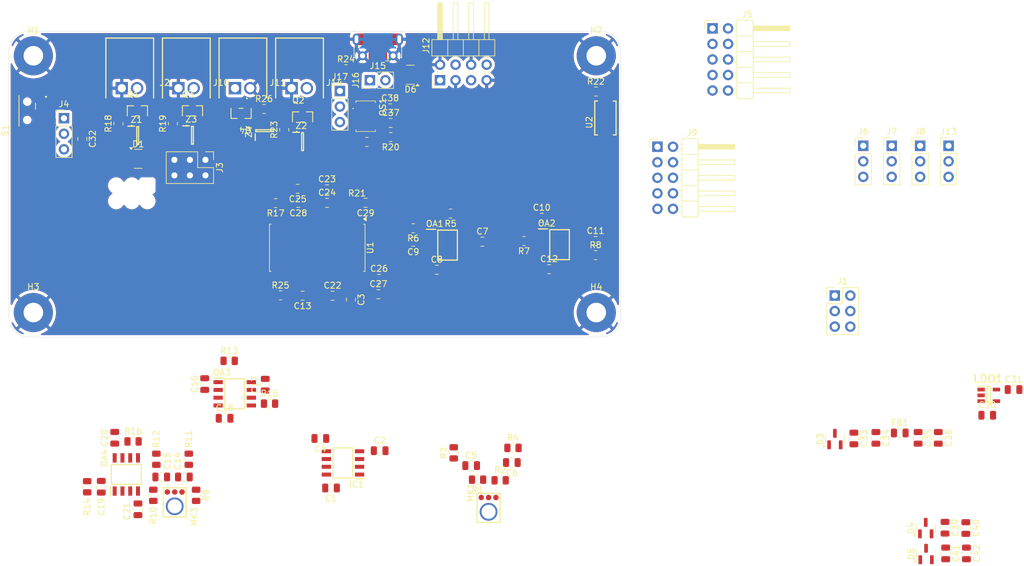
<source format=kicad_pcb>
(kicad_pcb (version 20240108) (generator "pcbnew") (generator_version "8.0")
  (layers (0 "F.Cu" signal) (1 "In1.Cu" signal) (2 "In2.Cu" signal) (31 "B.Cu" signal) (34 "B.Paste" user) (35 "F.Paste" user) (36 "B.SilkS" user "B.Silkscreen") (37 "F.SilkS" user "F.Silkscreen") (38 "B.Mask" user) (39 "F.Mask" user) (44 "Edge.Cuts" user))
  (net 0 "")
  (net 1 "+12V")
  (net 2 "Net-(IC1-VCC+)")
  (net 3 "-12V")
  (net 4 "Net-(IC1-VCC-)")
  (net 5 "/VQ")
  (net 6 "GND")
  (net 7 "/MIC_L_OUTPUT+")
  (net 8 "/LT1128CS8_L1_IN+")
  (net 9 "/LT1128CS8_L2_IN+")
  (net 10 "/MIC_L_OUTPUT-")
  (net 11 "/LT1128CS8_L1_OUT")
  (net 12 "/LT1128CS8_L2_OUT")
  (net 13 "/MIC_R_OUTPUT+")
  (net 14 "/AINL-")
  (net 15 "/AINL+")
  (net 16 "/LT1128CS8_R1_IN+")
  (net 17 "/MIC_R_OUTPUT-")
  (net 18 "/LT1128CS8_R2_IN+")
  (net 19 "/LT1128CS8_R1_OUT")
  (net 20 "/LT1128CS8_R2_OUT")
  (net 21 "/AINR-")
  (net 22 "/AINR+")
  (net 23 "+3.3V")
  (net 24 "/FILT+")
  (net 25 "/~{RST}")
  (net 26 "/LDO_IN")
  (net 27 "/LD_OUT_3V3")
  (net 28 "/POWER_3V3")
  (net 29 "/EXT_POWER_5V+_PP")
  (net 30 "+5VA")
  (net 31 "/VDD")
  (net 33 "/EXT_POWER_3V3+_PP")
  (net 37 "/VBUS_5V")
  (net 39 "/VCOM_B_RIGHT")
  (net 40 "/VCOM_B_LEFT")
  (net 41 "/M1")
  (net 42 "/M0")
  (net 43 "/EXT_POWER_3V3+")
  (net 44 "/EXT_POWER+_NOLDO")
  (net 45 "/~{OVFL}")
  (net 46 "/~{HPF}")
  (net 47 "/M{slash}~{S}")
  (net 48 "/I2S{slash}~{LJ}")
  (net 49 "/MDIV")
  (net 50 "/MCLK_EXT")
  (net 51 "/EXT_POWER_12V+")
  (net 52 "/EXT_POWER_12V-")
  (net 53 "/LRCK")
  (net 54 "/SCLK")
  (net 55 "/SDOUT")
  (net 56 "/EXT_POWER_5V+")
  (net 57 "/USB_D2+")
  (net 58 "/USB_D2-")
  (net 59 "Net-(J15-ID)")
  (net 60 "/MCLK")
  (net 61 "/MCLK_LOCAL")
  (net 76 "/MCLK_R")
  (net 77 "/MOSFET_GATE_3V3")
  (net 78 "/MOSFET_GATE_5V")
  (net 79 "/MOSFET_GATE_12V+")
  (net 80 "/MOSFET_GATE_12V-")
  (net 81 "/SDOUT_R")
  (net 91 "/L1_IN-")
  (net 92 "/L2_IN-")
  (net 93 "/R1_IN-")
  (net 94 "/R2_IN-")
  (footprint "Capacitor_SMD:C_0805_2012Metric" (layer "F.Cu") (at 130.5 90.5)
    (property "Reference" "C26" (at 0 -1.68 0) (layer "F.SilkS"))
    (property "Value" "10n_X7R")
    (pad "1" smd roundrect (at -0.95 0) (size 1 1.45) (layers "F.Cu" "F.Paste" "F.Mask") (net 24 "/FILT+"))
    (pad "2" smd roundrect (at 0.95 0) (size 1 1.45) (layers "F.Cu" "F.Paste" "F.Mask") (net 6 "GND"))
  )
  (footprint "Capacitor_SMD:C_0805_2012Metric" (layer "F.Cu") (at 226.4 131.25 -90)
    (property "Reference" "C40" (at 0 -1.68 90) (layer "F.SilkS"))
    (property "Value" "10n_X7R")
    (pad "1" smd roundrect (at -0.95 0 270) (size 1 1.45) (layers "F.Cu" "F.Paste" "F.Mask") (net 1 "+12V"))
    (pad "2" smd roundrect (at 0.95 0 270) (size 1 1.45) (layers "F.Cu" "F.Paste" "F.Mask") (net 6 "GND"))
  )
  (footprint "Connector_PinHeader_2.54mm:PinHeader_2x03_P2.54mm_Vertical" (layer "F.Cu") (at 102.125 71.025 -90)
    (property "Reference" "J3" (at 1.27 -2.33 90) (layer "F.SilkS"))
    (property "Value" "3V3_Power_Selector_Jumper")
    (pad "1" thru_hole rect (at 0 0 270) (size 1.7 1.7) (drill 1) (layers "*.Cu" "*.Mask") (net 33 "/EXT_POWER_3V3+_PP"))
    (pad "2" thru_hole oval (at 2.54 0 270) (size 1.7 1.7) (drill 1) (layers "*.Cu" "*.Mask") (net 44 "/EXT_POWER+_NOLDO"))
    (pad "3" thru_hole oval (at 0 2.54 270) (size 1.7 1.7) (drill 1) (layers "*.Cu" "*.Mask") (net 29 "/EXT_POWER_5V+_PP"))
    (pad "4" thru_hole oval (at 2.54 2.54 270) (size 1.7 1.7) (drill 1) (layers "*.Cu" "*.Mask") (net 26 "/LDO_IN"))
    (pad "5" thru_hole oval (at 0 5.08 270) (size 1.7 1.7) (drill 1) (layers "*.Cu" "*.Mask") (net 37 "/VBUS_5V"))
    (pad "6" thru_hole oval (at 2.54 5.08 270) (size 1.7 1.7) (drill 1) (layers "*.Cu" "*.Mask") (net 26 "/LDO_IN"))
  )
  (footprint "Personal_Project:Button_KMR231GLFS" (layer "F.Cu") (at 169 66.7 90)
    (property "Reference" "U2" (at 1.8 -4.15 90) (layer "F.SilkS"))
    (property "Value" "~")
    (pad "1" smd roundrect (at 4.55 -2.1 90) (size 0.9 1) (layers "F.Cu" "F.Paste" "F.Mask") (net 25 "/~{RST}"))
    (pad "2" smd roundrect (at 4.55 -0.5 90) (size 0.9 1) (layers "F.Cu" "F.Paste" "F.Mask") (net 25 "/~{RST}"))
    (pad "3" smd roundrect (at 0.45 -0.5 90) (size 0.9 1) (layers "F.Cu" "F.Paste" "F.Mask") (net 6 "GND"))
    (pad "4" smd roundrect (at 0.45 -2.1 90) (size 0.9 1) (layers "F.Cu" "F.Paste" "F.Mask") (net 6 "GND"))
    (pad "5" smd roundrect (at 2.5 -2.75 90) (size 1.7 0.55) (layers "F.Cu" "F.Paste" "F.Mask") (net 6 "GND"))
  )
  (footprint "Connector_PinHeader_2.54mm:PinHeader_1x03_P2.54mm_Vertical" (layer "F.Cu") (at 209.6325 68.725)
    (property "Reference" "J6" (at 0 -2.33 0) (layer "F.SilkS"))
    (property "Value" "I2S_OR_LJ_OUT")
    (pad "1" thru_hole rect (at 0 0) (size 1.7 1.7) (drill 1) (layers "*.Cu" "*.Mask") (net 23 "+3.3V"))
    (pad "2" thru_hole oval (at 0 2.54) (size 1.7 1.7) (drill 1) (layers "*.Cu" "*.Mask") (net 48 "/I2S{slash}~{LJ}"))
    (pad "3" thru_hole oval (at 0 5.08) (size 1.7 1.7) (drill 1) (layers "*.Cu" "*.Mask") (net 6 "GND"))
  )
  (footprint "Connector_PinHeader_2.54mm:PinHeader_2x05_P2.54mm_Horizontal" (layer "F.Cu") (at 185 49.52)
    (property "Reference" "J5" (at 5.655 -2.27 0) (layer "F.SilkS"))
    (property "Value" "I/O_Headers")
    (pad "1" thru_hole rect (at 0 0) (size 1.7 1.7) (drill 1) (layers "*.Cu" "*.Mask") (net 25 "/~{RST}"))
    (pad "2" thru_hole oval (at 2.54 0) (size 1.7 1.7) (drill 1) (layers "*.Cu" "*.Mask") (net 6 "GND"))
    (pad "3" thru_hole oval (at 0 2.54) (size 1.7 1.7) (drill 1) (layers "*.Cu" "*.Mask") (net 45 "/~{OVFL}"))
    (pad "4" thru_hole oval (at 2.54 2.54) (size 1.7 1.7) (drill 1) (layers "*.Cu" "*.Mask") (net 6 "GND"))
    (pad "5" thru_hole oval (at 0 5.08) (size 1.7 1.7) (drill 1) (layers "*.Cu" "*.Mask") (net 48 "/I2S{slash}~{LJ}"))
    (pad "6" thru_hole oval (at 2.54 5.08) (size 1.7 1.7) (drill 1) (layers "*.Cu" "*.Mask") (net 6 "GND"))
    (pad "7" thru_hole oval (at 0 7.62) (size 1.7 1.7) (drill 1) (layers "*.Cu" "*.Mask") (net 47 "/M{slash}~{S}"))
    (pad "8" thru_hole oval (at 2.54 7.62) (size 1.7 1.7) (drill 1) (layers "*.Cu" "*.Mask") (net 6 "GND"))
    (pad "9" thru_hole oval (at 0 10.16) (size 1.7 1.7) (drill 1) (layers "*.Cu" "*.Mask") (net 46 "/~{HPF}"))
    (pad "10" thru_hole oval (at 2.54 10.16) (size 1.7 1.7) (drill 1) (layers "*.Cu" "*.Mask") (net 6 "GND"))
  )
  (footprint "Capacitor_SMD:C_0805_2012Metric" (layer "F.Cu") (at 98.6 122.9 180)
    (property "Reference" "C14" (at 1 2.6 90) (layer "F.SilkS"))
    (property "Value" "10u")
    (pad "1" smd roundrect (at -0.95 0 180) (size 1 1.45) (layers "F.Cu" "F.Paste" "F.Mask") (net 16 "/LT1128CS8_R1_IN+"))
    (pad "2" smd roundrect (at 0.95 0 180) (size 1 1.45) (layers "F.Cu" "F.Paste" "F.Mask") (net 13 "/MIC_R_OUTPUT+"))
  )
  (footprint "Capacitor_SMD:C_0805_2012Metric" (layer "F.Cu") (at 120.9 116.6 180)
    (property "Reference" "C4" (at 0 -1.68 360) (layer "F.SilkS"))
    (property "Value" "1u_X7R")
    (pad "1" smd roundrect (at -0.95 0 180) (size 1 1.45) (layers "F.Cu" "F.Paste" "F.Mask") (net 5 "/VQ"))
    (pad "2" smd roundrect (at 0.95 0 180) (size 1 1.45) (layers "F.Cu" "F.Paste" "F.Mask") (net 6 "GND"))
  )
  (footprint "Resistor_SMD:R_0805_2012Metric" (layer "F.Cu") (at 99.4 120 90)
    (property "Reference" "R11" (at 3.3 0 90) (layer "F.SilkS"))
    (property "Value" "10k")
    (pad "1" smd roundrect (at -0.9125 0 90) (size 1.025 1.4) (layers "F.Cu" "F.Paste" "F.Mask") (roundrect_rratio 0.243902) (net 16 "/LT1128CS8_R1_IN+"))
    (pad "2" smd roundrect (at 0.9125 0 90) (size 1.025 1.4) (layers "F.Cu" "F.Paste" "F.Mask") (roundrect_rratio 0.243902) (net 39 "/VCOM_B_RIGHT"))
  )
  (footprint "Capacitor_SMD:C_0805_2012Metric" (layer "F.Cu") (at 208.1 116.6 -90)
    (property "Reference" "C33" (at 0 -1.68 90) (layer "F.SilkS"))
    (property "Value" "47u")
    (pad "1" smd roundrect (at -0.95 0 270) (size 1 1.45) (layers "F.Cu" "F.Paste" "F.Mask") (net 29 "/EXT_POWER_5V+_PP"))
    (pad "2" smd roundrect (at 0.95 0 270) (size 1 1.45) (layers "F.Cu" "F.Paste" "F.Mask") (net 6 "GND"))
  )
  (footprint "Capacitor_SMD:C_0805_2012Metric" (layer "F.Cu") (at 234.2 108.6)
    (property "Reference" "C31" (at 0 -1.68 0) (layer "F.SilkS"))
    (property "Value" "1u")
    (pad "1" smd roundrect (at -0.95 0) (size 1 1.45) (layers "F.Cu" "F.Paste" "F.Mask") (net 27 "/LD_OUT_3V3"))
    (pad "2" smd roundrect (at 0.95 0) (size 1 1.45) (layers "F.Cu" "F.Paste" "F.Mask") (net 6 "GND"))
  )
  (footprint "Capacitor_SMD:C_0805_2012Metric" (layer "F.Cu") (at 118 93.25 180)
    (property "Reference" "C13" (at 0 -1.68 0) (layer "F.SilkS"))
    (property "Value" "2700p_C0G")
    (pad "1" smd roundrect (at -0.95 0 180) (size 1 1.45) (layers "F.Cu" "F.Paste" "F.Mask") (net 14 "/AINL-"))
    (pad "2" smd roundrect (at 0.95 0 180) (size 1 1.45) (layers "F.Cu" "F.Paste" "F.Mask") (net 15 "/AINL+"))
  )
  (footprint "Capacitor_SMD:C_0805_2012Metric" (layer "F.Cu") (at 157.088 80.505)
    (property "Reference" "C10" (at 0 -1.68 0) (layer "F.SilkS"))
    (property "Value" "470p_C0G")
    (pad "1" smd roundrect (at -0.95 0) (size 1 1.45) (layers "F.Cu" "F.Paste" "F.Mask") (net 92 "/L2_IN-"))
    (pad "2" smd roundrect (at 0.95 0) (size 1 1.45) (layers "F.Cu" "F.Paste" "F.Mask") (net 12 "/LT1128CS8_L2_OUT"))
  )
  (footprint "Personal_Project:MOSFET_ SI2333DDS_SOT_DS-T1-BE3_VIS" (layer "F.Cu") (at 118 64)
    (property "Reference" "Q2" (at -0.7 -2.7 0) (layer "F.SilkS") (effects (font (thickness 0.153))))
    (property "Value" "MOSFET_SI2333DDS-T1-BE3")
    (pad "1" smd rect (at -0.950001 1.016) (size 0.5588 1.3208) (layers "F.Cu" "F.Paste" "F.Mask") (net 78 "/MOSFET_GATE_5V"))
    (pad "2" smd rect (at 0.950001 1.016) (size 0.5588 1.3208) (layers "F.Cu" "F.Paste" "F.Mask") (net 29 "/EXT_POWER_5V+_PP"))
    (pad "3" smd rect (at 0 -1.016) (size 0.5588 1.3208) (layers "F.Cu" "F.Paste" "F.Mask") (net 56 "/EXT_POWER_5V+"))
  )
  (footprint "Personal_Project:Connector_Power2pin_SHDRRA2W80P0X250_1X2_740X1150X610P" (layer "F.Cu") (at 88.45 59.3)
    (property "Reference" "J2" (at 7 -0.9 0) (layer "F.SilkS") (effects (font (thickness 0.153))))
    (property "Value" "JST_XH_2.54_Plug_3V3+" (hide yes))
    (pad "1" thru_hole rect (at 0 0) (size 2.025 2.025) (drill 1.35) (layers "*.Cu" "*.Mask") (net 6 "GND"))
    (pad "2" thru_hole circle (at 2.5 0) (size 2.025 2.025) (drill 1.35) (layers "*.Cu" "*.Mask") (net 43 "/EXT_POWER_3V3+"))
  )
  (footprint "Capacitor_SMD:C_0805_2012Metric" (layer "F.Cu") (at 130.4 93)
    (property "Reference" "C27" (at 0 -1.68 0) (layer "F.SilkS"))
    (property "Value" "47u")
    (pad "1" smd roundrect (at -0.95 0) (size 1 1.45) (layers "F.Cu" "F.Paste" "F.Mask") (net 24 "/FILT+"))
    (pad "2" smd roundrect (at 0.95 0) (size 1 1.45) (layers "F.Cu" "F.Paste" "F.Mask") (net 6 "GND"))
  )
  (footprint "Capacitor_SMD:C_0805_2012Metric" (layer "F.Cu") (at 152.2 120.54 180)
    (property "Reference" "C6" (at 0 -1.68 0) (layer "F.SilkS"))
    (property "Value" "10u")
    (pad "1" smd roundrect (at -0.95 0 180) (size 1 1.45) (layers "F.Cu" "F.Paste" "F.Mask") (net 9 "/LT1128CS8_L2_IN+"))
    (pad "2" smd roundrect (at 0.95 0 180) (size 1 1.45) (layers "F.Cu" "F.Paste" "F.Mask") (net 10 "/MIC_L_OUTPUT-"))
  )
  (footprint "Personal_Project:Oscillator_ECS5032MV250CNTR" (layer "F.Cu") (at 128.3 63.89 -90)
    (property "Reference" "OS1" (at -1.5 -2.8 90) (layer "F.SilkS") (effects (font (thickness 0.153))))
    (property "Value" "Oscillator_ECS-5032MV-122.8-CN-TR" (hide yes))
    (pad "1" smd rect (at -1.27 1.1) (size 1.2 1.4) (layers "F.Cu" "F.Paste" "F.Mask"))
    (pad "2" smd rect (at 1.27 1.1) (size 1.2 1.4) (layers "F.Cu" "F.Paste" "F.Mask") (net 6 "GND"))
    (pad "3" smd rect (at 1.27 -1.1) (size 1.2 1.4) (layers "F.Cu" "F.Paste" "F.Mask") (net 76 "/MCLK_R"))
    (pad "4" smd rect (at -1.27 -1.1) (size 1.2 1.4) (layers "F.Cu" "F.Paste" "F.Mask") (net 31 "/VDD"))
  )
  (footprint "Personal_Project:Connector_Power2pin_SHDRRA2W80P0X250_1X2_740X1150X610P" (layer "F.Cu") (at 106.95 59.3)
    (property "Reference" "J11" (at 7 -0.9 0) (layer "F.SilkS") (effects (font (thickness 0.153))))
    (property "Value" "JST_XH_2.54_Plug_12V-" (hide yes))
    (pad "1" thru_hole rect (at 0 0) (size 2.025 2.025) (drill 1.35) (layers "*.Cu" "*.Mask") (net 52 "/EXT_POWER_12V-"))
    (pad "2" thru_hole circle (at 2.5 0) (size 2.025 2.025) (drill 1.35) (layers "*.Cu" "*.Mask") (net 6 "GND"))
  )
  (footprint "Connector_PinHeader_2.54mm:PinHeader_1x03_P2.54mm_Vertical" (layer "F.Cu") (at 223.5825 68.725)
    (property "Reference" "J13" (at 0 -2.33 0) (layer "F.SilkS"))
    (property "Value" "MCLK_DIV_Jumper")
    (pad "1" thru_hole rect (at 0 0) (size 1.7 1.7) (drill 1) (layers "*.Cu" "*.Mask") (net 23 "+3.3V"))
    (pad "2" thru_hole oval (at 0 2.54) (size 1.7 1.7) (drill 1) (layers "*.Cu" "*.Mask") (net 49 "/MDIV"))
    (pad "3" thru_hole oval (at 0 5.08) (size 1.7 1.7) (drill 1) (layers "*.Cu" "*.Mask") (net 6 "GND"))
  )
  (footprint "Connector_PinHeader_2.54mm:PinHeader_1x02_P2.54mm_Vertical" (layer "F.Cu") (at 129 58 90)
    (property "Reference" "J16" (at 0 -2.33 90) (layer "F.SilkS"))
    (property "Value" "USB_D_Jumper")
    (pad "1" thru_hole rect (at 0 0 90) (size 1.7 1.7) (drill 1) (layers "*.Cu" "*.Mask") (net 57 "/USB_D2+"))
    (pad "2" thru_hole oval (at 0 2.54 90) (size 1.7 1.7) (drill 1) (layers "*.Cu" "*.Mask") (net 58 "/USB_D2-"))
  )
  (footprint "Capacitor_SMD:C_0805_2012Metric" (layer "F.Cu") (at 132.3 62.6)
    (property "Reference" "C38" (at 0 -1.68 0) (layer "F.SilkS"))
    (property "Value" "10n_X7R")
    (pad "1" smd roundrect (at -0.95 0) (size 1 1.45) (layers "F.Cu" "F.Paste" "F.Mask") (net 31 "/VDD"))
    (pad "2" smd roundrect (at 0.95 0) (size 1 1.45) (layers "F.Cu" "F.Paste" "F.Mask") (net 6 "GND"))
  )
  (footprint "Capacitor_SMD:C_0805_2012Metric" (layer "F.Cu") (at 111.9 107.8 90)
    (property "Reference" "C17" (at 0 -1.68 90) (layer "F.SilkS"))
    (property "Value" "100n_X7R")
    (pad "1" smd roundrect (at -0.95 0 90) (size 1 1.45) (layers "F.Cu" "F.Paste" "F.Mask") (net 1 "+12V"))
    (pad "2" smd roundrect (at 0.95 0 90) (size 1 1.45) (layers "F.Cu" "F.Paste" "F.Mask") (net 6 "GND"))
  )
  (footprint "Resistor_SMD:R_0805_2012Metric" (layer "F.Cu") (at 106 103.9)
    (property "Reference" "R13" (at 0 -1.65 0) (layer "F.SilkS"))
    (property "Value" "634")
    (pad "1" smd roundrect (at -0.9125 0) (size 1.025 1.4) (layers "F.Cu" "F.Paste" "F.Mask") (roundrect_rratio 0.243902) (net 93 "/R1_IN-"))
    (pad "2" smd roundrect (at 0.9125 0) (size 1.025 1.4) (layers "F.Cu" "F.Paste" "F.Mask") (roundrect_rratio 0.243902) (net 22 "/AINR+"))
  )
  (footprint "Resistor_SMD:R_0805_2012Metric" (layer "F.Cu") (at 82.8 124.5 90)
    (property "Reference" "R14" (at -3.3 0 90) (layer "F.SilkS"))
    (property "Value" "634")
    (pad "1" smd roundrect (at -0.9125 0 90) (size 1.025 1.4) (layers "F.Cu" "F.Paste" "F.Mask") (roundrect_rratio 0.243902) (net 94 "/R2_IN-"))
    (pad "2" smd roundrect (at 0.9125 0 90) (size 1.025 1.4) (layers "F.Cu" "F.Paste" "F.Mask") (roundrect_rratio 0.243902) (net 21 "/AINR-"))
  )
  (footprint "Resistor_SMD:R_0805_2012Metric" (layer "F.Cu") (at 112.6 110.9)
    (property "Reference" "R15" (at 0 -1.65 0) (layer "F.SilkS"))
    (property "Value" "91")
    (pad "1" smd roundrect (at -0.9125 0) (size 1.025 1.4) (layers "F.Cu" "F.Paste" "F.Mask") (roundrect_rratio 0.243902) (net 19 "/LT1128CS8_R1_OUT"))
    (pad "2" smd roundrect (at 0.9125 0) (size 1.025 1.4) (layers "F.Cu" "F.Paste" "F.Mask") (roundrect_rratio 0.243902) (net 22 "/AINR+"))
  )
  (footprint "Connector_USB:USB_Micro-B_Molex-105017-0001" (layer "F.Cu") (at 130.3 52.5375 180)
    (property "Reference" "J15" (at 0 -3.1125 0) (layer "F.SilkS"))
    (property "Value" "USB_B_Micro")
    (pad "1" smd rect (at -1.3 -1.4625 180) (size 0.4 1.35) (layers "F.Cu" "F.Paste" "F.Mask") (net 37 "/VBUS_5V"))
    (pad "2" smd rect (at -0.65 -1.4625 180) (size 0.4 1.35) (layers "F.Cu" "F.Paste" "F.Mask") (net 58 "/USB_D2-"))
    (pad "3" smd rect (at 0 -1.4625 180) (size 0.4 1.35) (layers "F.Cu" "F.Paste" "F.Mask") (net 57 "/USB_D2+"))
    (pad "4" smd rect (at 0.65 -1.4625 180) (size 0.4 1.35) (layers "F.Cu" "F.Paste" "F.Mask") (net 59 "Net-(J15-ID)"))
    (pad "5" smd rect (at 1.3 -1.4625 180) (size 0.4 1.35) (layers "F.Cu" "F.Paste" "F.Mask") (net 6 "GND"))
    (pad "6" thru_hole oval (at -3.5 1.2375) (size 1.2 1.9) (drill oval 0.6 1.3) (layers "*.Cu" "*.Mask") (net 6 "GND"))
    (pad "6" smd rect (at -2.9 1.2375 180) (size 1.2 1.9) (layers "F.Cu" "F.Mask") (net 6 "GND"))
    (pad "6" thru_hole circle (at -2.5 -1.4625 180) (size 1.45 1.45) (drill 0.85) (layers "*.Cu" "*.Mask") (net 6 "GND"))
    (pad "6" smd rect (at -1 1.2375 180) (size 1.5 1.9) (layers "F.Cu" "F.Paste" "F.Mask") (net 6 "GND"))
    (pad "6" smd rect (at 1 1.2375 180) (size 1.5 1.9) (layers "F.Cu" "F.Paste" "F.Mask") (net 6 "GND"))
    (pad "6" thru_hole circle (at 2.5 -1.4625 180) (size 1.45 1.45) (drill 0.85) (layers "*.Cu" "*.Mask") (net 6 "GND"))
    (pad "6" smd rect (at 2.9 1.2375 180) (size 1.2 1.9) (layers "F.Cu" "F.Mask") (net 6 "GND"))
    (pad "6" thru_hole oval (at 3.5 1.2375 180) (size 1.2 1.9) (drill oval 0.6 1.3) (layers "*.Cu" "*.Mask") (net 6 "GND"))
  )
  (footprint "MountingHole:MountingHole_3.2mm_M3_Pad" (layer "F.Cu") (at 74 54)
    (property "Reference" "H1" (at 0 -4.2 0) (layer "F.SilkS"))
    (property "Value" "MountingHole_Pad")
    (pad "1" thru_hole circle (at 0 0) (size 6.4 6.4) (drill 3.2) (layers "*.Cu" "*.Mask") (net 6 "GND"))
  )
  (footprint "Resistor_SMD:R_0805_2012Metric" (layer "F.Cu") (at 90.295 117.088)
    (property "Reference" "R16" (at 0 -1.65 360) (layer "F.SilkS"))
    (property "Value" "91")
    (pad "1" smd roundrect (at -0.9125 0) (size 1.025 1.4) (layers "F.Cu" "F.Paste" "F.Mask") (roundrect_rratio 0.243902) (net 20 "/LT1128CS8_R2_OUT"))
    (pad "2" smd roundrect (at 0.9125 0) (size 1.025 1.4) (layers "F.Cu" "F.Paste" "F.Mask") (roundrect_rratio 0.243902) (net 21 "/AINR-"))
  )
  (footprint "MountingHole:MountingHole_3.2mm_M3_Pad" (layer "F.Cu") (at 74 96)
    (property "Reference" "H3" (at 0 -4.2 0) (layer "F.SilkS"))
    (property "Value" "MountingHole_Pad")
    (pad "1" thru_hole circle (at 0 0) (size 6.4 6.4) (drill 3.2) (layers "*.Cu" "*.Mask") (net 6 "GND"))
  )
  (footprint "Resistor_SMD:R_0805_2012Metric" (layer "F.Cu") (at 100.6 125.9 -90)
    (property "Reference" "R9" (at 0 -1.65 90) (layer "F.SilkS"))
    (property "Value" "100k")
    (pad "1" smd roundrect (at -0.9125 0 270) (size 1.025 1.4) (layers "F.Cu" "F.Paste" "F.Mask") (roundrect_rratio 0.243902) (net 13 "/MIC_R_OUTPUT+"))
    (pad "2" smd roundrect (at 0.9125 0 270) (size 1.025 1.4) (layers "F.Cu" "F.Paste" "F.Mask") (roundrect_rratio 0.243902) (net 6 "GND"))
  )
  (footprint "Personal_Project:Diode_BZX84C6V2_SOT96P240X110-3N" (layer "F.Cu") (at 118 68.05)
    (property "Reference" "Z2" (at -0.2 -2.6 0) (layer "F.SilkS") (effects (font (thickness 0.153))))
    (property "Value" "Diode_BZX84C6V2-7-F" (hide yes))
    (pad "1" smd rect (at -1.05 -0.96 90) (size 0.65 1.1) (layers "F.Cu" "F.Paste" "F.Mask") (net 78 "/MOSFET_GATE_5V"))
    (pad "2" smd rect (at -1.05 0.96 90) (size 0.65 1.1) (layers "F.Cu" "F.Paste" "F.Mask"))
    (pad "3" smd rect (at 1.05 0 90) (size 0.65 1.1) (layers "F.Cu" "F.Paste" "F.Mask") (net 29 "/EXT_POWER_5V+_PP"))
  )
  (footprint "Personal_Project:OpAmp_NE5532DR_SOIC127P600X175-8N" (layer "F.Cu") (at 124.6 120.6 180)
    (property "Reference" "IC1" (at -2.2 -3.5 360) (layer "F.SilkS") (effects (font (thickness 0.153))))
    (property "Value" "OpAmp_NE5532D" (hide yes))
    (pad "1" smd rect (at -2.711 -1.905 270) (size 0.65 1.528) (layers "F.Cu" "F.Paste" "F.Mask") (net 40 "/VCOM_B_LEFT"))
    (pad "2" smd rect (at -2.711 -0.635 270) (size 0.65 1.528) (layers "F.Cu" "F.Paste" "F.Mask") (net 40 "/VCOM_B_LEFT"))
    (pad "3" smd rect (at -2.711 0.635 270) (size 0.65 1.528) (layers "F.Cu" "F.Paste" "F.Mask") (net 5 "/VQ"))
    (pad "4" smd rect (at -2.711 1.905 270) (size 0.65 1.528) (layers "F.Cu" "F.Paste" "F.Mask") (net 4 "Net-(IC1-VCC-)"))
    (pad "5" smd rect (at 2.711 1.905 270) (size 0.65 1.528) (layers "F.Cu" "F.Paste" "F.Mask") (net 5 "/VQ"))
    (pad "6" smd rect (at 2.711 0.635 270) (size 0.65 1.528) (layers "F.Cu" "F.Paste" "F.Mask") (net 39 "/VCOM_B_RIGHT"))
    (pad "7" smd rect (at 2.711 -0.635 270) (size 0.65 1.528) (layers "F.Cu" "F.Paste" "F.Mask") (net 39 "/VCOM_B_RIGHT"))
    (pad "8" smd rect (at 2.711 -1.905 270) (size 0.65 1.528) (layers "F.Cu" "F.Paste" "F.Mask") (net 2 "Net-(IC1-VCC+)"))
  )
  (footprint "Resistor_SMD:R_0805_2012Metric" (layer "F.Cu") (at 87.9 65.1 90)
    (property "Reference" "R18" (at 0 -1.65 90) (layer "F.SilkS"))
    (property "Value" "100k")
    (pad "1" smd roundrect (at -0.9125 0 90) (size 1.025 1.4) (layers "F.Cu" "F.Paste" "F.Mask") (roundrect_rratio 0.243902) (net 77 "/MOSFET_GATE_3V3"))
    (pad "2" smd roundrect (at 0.9125 0 90) (size 1.025 1.4) (layers "F.Cu" "F.Paste" "F.Mask") (roundrect_rratio 0.243902) (net 6 "GND"))
  )
  (footprint "Capacitor_SMD:C_0805_2012Metric" (layer "F.Cu") (at 145.55 121.04)
    (property "Reference" "C5" (at 0 -1.68 0) (layer "F.SilkS"))
    (property "Value" "10u")
    (pad "1" smd roundrect (at -0.95 0) (size 1 1.45) (layers "F.Cu" "F.Paste" "F.Mask") (net 8 "/LT1128CS8_L1_IN+"))
    (pad "2" smd roundrect (at 0.95 0) (size 1 1.45) (layers "F.Cu" "F.Paste" "F.Mask") (net 7 "/MIC_L_OUTPUT+"))
  )
  (footprint "Resistor_SMD:R_0805_2012Metric" (layer "F.Cu") (at 115 66.1 90)
    (property "Reference" "R23" (at 0 -1.65 90) (layer "F.SilkS"))
    (property "Value" "100k")
    (pad "1" smd roundrect (at -0.9125 0 90) (size 1.025 1.4) (layers "F.Cu" "F.Paste" "F.Mask") (roundrect_rratio 0.243902) (net 78 "/MOSFET_GATE_5V"))
    (pad "2" smd roundrect (at 0.9125 0 90) (size 1.025 1.4) (layers "F.Cu" "F.Paste" "F.Mask") (roundrect_rratio 0.243902) (net 6 "GND"))
  )
  (footprint "Capacitor_SMD:C_0805_2012Metric" (layer "F.Cu") (at 139.938 89.005)
    (property "Reference" "C8" (at 0 -1.68 0) (layer "F.SilkS"))
    (property "Value" "100n_X7R")
    (pad "1" smd roundrect (at -0.95 0) (size 1 1.45) (layers "F.Cu" "F.Paste" "F.Mask") (net 3 "-12V"))
    (pad "2" smd roundrect (at 0.95 0) (size 1 1.45) (layers "F.Cu" "F.Paste" "F.Mask") (net 6 "GND"))
  )
  (footprint "Personal_Project:Diode_BZX84C6V2_SOT96P240X110-3N" (layer "F.Cu") (at 111.8 66.25 90)
    (property "Reference" "Z4" (at -0.2 -2.6 90) (layer "F.SilkS") (effects (font (thickness 0.153))))
    (property "Value" "Diode_BZX84C6V2-7-F" (hide yes))
    (pad "1" smd rect (at -1.05 -0.96 180) (size 0.65 1.1) (layers "F.Cu" "F.Paste" "F.Mask") (net 52 "/EXT_POWER_12V-"))
    (pad "2" smd rect (at -1.05 0.96 180) (size 0.65 1.1) (layers "F.Cu" "F.Paste" "F.Mask"))
    (pad "3" smd rect (at 1.05 0 180) (size 0.65 1.1) (layers "F.Cu" "F.Paste" "F.Mask") (net 80 "/MOSFET_GATE_12V-"))
  )
  (footprint "Personal_Project:Connector_Power2pin_SHDRRA2W80P0X250_1X2_740X1150X610P" (layer "F.Cu") (at 97.7 59.3)
    (property "Reference" "J10" (at 7 -0.9 0) (layer "F.SilkS") (effects (font (thickness 0.153))))
    (property "Value" "JST_XH_2.54_Plug_12V+" (hide yes))
    (pad "1" thru_hole rect (at 0 0) (size 2.025 2.025) (drill 1.35) (layers "*.Cu" "*.Mask") (net 6 "GND"))
    (pad "2" thru_hole circle (at 2.5 0) (size 2.025 2.025) (drill 1.35) (layers "*.Cu" "*.Mask") (net 51 "/EXT_POWER_12V+"))
  )
  (footprint "Personal_Project:MOSFET_ SI2333DDS_SOT_DS-T1-BE3_VIS" (layer "F.Cu") (at 91 63)
    (property "Reference" "Q1" (at -0.7 -2.7 0) (layer "F.SilkS") (effects (font (thickness 0.153))))
    (property "Value" "MOSFET_SI2333DDS-T1-BE3")
    (pad "1" smd rect (at -0.950001 1.016) (size 0.5588 1.3208) (layers "F.Cu" "F.Paste" "F.Mask") (net 77 "/MOSFET_GATE_3V3"))
    (pad "2" smd rect (at 0.950001 1.016) (size 0.5588 1.3208) (layers "F.Cu" "F.Paste" "F.Mask") (net 33 "/EXT_POWER_3V3+_PP"))
    (pad "3" smd rect (at 0 -1.016) (size 0.5588 1.3208) (layers "F.Cu" "F.Paste" "F.Mask") (net 43 "/EXT_POWER_3V3+"))
  )
  (footprint "Connector_PinHeader_2.54mm:PinHeader_1x03_P2.54mm_Vertical" (layer "F.Cu") (at 124.1 59.76)
    (property "Reference" "J17" (at 0 -2.33 0) (layer "F.SilkS"))
    (property "Value" "MCLK_Jumper")
    (pad "1" thru_hole rect (at 0 0) (size 1.7 1.7) (drill 1) (layers "*.Cu" "*.Mask") (net 50 "/MCLK_EXT"))
    (pad "2" thru_hole oval (at 0 2.54) (size 1.7 1.7) (drill 1) (layers "*.Cu" "*.Mask") (net 60 "/MCLK"))
    (pad "3" thru_hole oval (at 0 5.08) (size 1.7 1.7) (drill 1) (layers "*.Cu" "*.Mask") (net 61 "/MCLK_LOCAL"))
  )
  (footprint "Capacitor_SMD:C_0805_2012Metric" (layer "F.Cu") (at 94.9 122.9)
    (property "Reference" "C15" (at 1 -2.6 90) (layer "F.SilkS"))
    (property "Value" "10u")
    (pad "1" smd roundrect (at -0.95 0) (size 1 1.45) (layers "F.Cu" "F.Paste" "F.Mask") (net 18 "/LT1128CS8_R2_IN+"))
    (pad "2" smd roundrect (at 0.95 0) (size 1 1.45) (layers "F.Cu" "F.Paste" "F.Mask") (net 17 "/MIC_R_OUTPUT-"))
  )
  (footprint "Personal_Project:Switch_WS-SLSU SMT Mini Slide" (layer "F.Cu") (at 73 63 90)
    (property "Reference" "S1" (at -3.2 -3.6 90) (layer "F.SilkS") (effects (font (thickness 0.153))))
    (property "Value" "450404015514" (hide yes))
    (pad "" np_thru_hole circle (at -1.5 0 90) (size 0.9 0.9) (drill 0.9) (layers "F&B.Cu" "*.Mask"))
    (pad "" np_thru_hole circle (at 1.5 0 90) (size 0.9 0.9) (drill 0.9) (layers "F&B.Cu" "*.Mask"))
    (pad "1" smd rect (at 2.25 2.05 90) (size 0.7 1) (layers "F.Cu" "F.Paste" "F.Mask") (net 28 "/POWER_3V3"))
    (pad "2" smd rect (at -0.75 2.05 90) (size 0.7 1) (layers "F.Cu" "F.Paste" "F.Mask") (net 23 "+3.3V"))
    (pad "3" smd rect (at -2.25 2.05 90) (size 0.7 1) (layers "F.Cu" "F.Paste" "F.Mask"))
    (pad "MP1" smd rect (at 3.75 1.15 180) (size 0.8 1) (layers "F.Cu" "F.Paste" "F.Mask"))
    (pad "MP2" smd rect (at -3.75 1.15 180) (size 0.8 1) (layers "F.Cu" "F.Paste" "F.Mask"))
    (pad "MP3" smd rect (at -3.75 -1.15 180) (size 0.8 1) (layers "F.Cu" "F.Paste" "F.Mask"))
    (pad "MP4" smd rect (at 3.75 -1.15 180) (size 0.8 1) (layers "F.Cu" "F.Paste" "F.Mask"))
  )
  (footprint "Capacitor_SMD:C_0805_2012Metric" (layer "F.Cu") (at 122 78.05)
    (property "Reference" "C24" (at 0 -1.68 0) (layer "F.SilkS"))
    (property "Value" "10n_X7R")
    (pad "1" smd roundrect (at -0.95 0) (size 1 1.45) (layers "F.Cu" "F.Paste" "F.Mask") (net 23 "+3.3V"))
    (pad "2" smd roundrect (at 0.95 0) (size 1 1.45) (layers "F.Cu" "F.Paste" "F.Mask") (net 6 "GND"))
  )
  (footprint "Capacitor_SMD:C_0805_2012Metric" (layer "F.Cu") (at 218.6 116.5 -90)
    (property "Reference" "C35" (at 0 -1.68 90) (layer "F.SilkS"))
    (property "Value" "10n_X7R")
    (pad "1" smd roundrect (at -0.95 0 270) (size 1 1.45) (layers "F.Cu" "F.Paste" "F.Mask") (net 30 "+5VA"))
    (pad "2" smd roundrect (at 0.95 0 270) (size 1 1.45) (layers "F.Cu" "F.Paste" "F.Mask") (net 6 "GND"))
  )
  (footprint "Capacitor_SMD:C_0805_2012Metric" (layer "F.Cu") (at 158.288 88.905)
    (property "Reference" "C12" (at 0 -1.68 0) (layer "F.SilkS"))
    (property "Value" "100n_X7R")
    (pad "1" smd roundrect (at -0.95 0) (size 1 1.45) (layers "F.Cu" "F.Paste" "F.Mask") (net 3 "-12V"))
    (pad "2" smd roundrect (at 0.95 0) (size 1 1.45) (layers "F.Cu" "F.Paste" "F.Mask") (net 6 "GND"))
  )
  (footprint "Personal_Project:OpAmp_LT1128CS8_SOIC127P599X175-8N" (layer "F.Cu") (at 89.195 122.488 90)
    (property "Reference" "OA4" (at 2.688 -3.595 90) (layer "F.SilkS") (effects (font (thickness 0.153))))
    (property "Value" "LT1128CS8" (hide yes))
    (pad "1" smd rect (at -2.712 -1.905 180) (size 0.65 1.526) (layers "F.Cu" "F.Paste" "F.Mask"))
    (pad "2" smd rect (at -2.712 -0.635 180) (size 0.65 1.526) (layers "F.Cu" "F.Paste" "F.Mask") (net 94 "/R2_IN-"))
    (pad "3" smd rect (at -2.712 0.635 180) (size 0.65 1.526) (layers "F.Cu" "F.Paste" "F.Mask") (net 18 "/LT1128CS8_R2_IN+"))
    (pad "4" smd rect (at -2.712 1.905 180) (size 0.65 1.526) (layers "F.Cu" "F.Paste" "F.Mask") (net 3 "-12V"))
    (pad "5" smd rect (at 2.712 1.905 180) (size 0.65 1.526) (layers "F.Cu" "F.Paste" "F.Mask"))
    (pad "6" smd rect (at 2.712 0.635 180) (size 0.65 1.526) (layers "F.Cu" "F.Paste" "F.Mask") (net 20 "/LT1128CS8_R2_OUT"))
    (pad "7" smd rect (at 2.712 -0.635 180) (size 0.65 1.526) (layers "F.Cu" "F.Paste" "F.Mask") (net 1 "+12V"))
    (pad "8" smd rect (at 2.712 -1.905 180) (size 0.65 1.526) (layers "F.Cu" "F.Paste" "F.Mask"))
  )
  (footprint "Connector_PinHeader_2.54mm:PinHeader_1x03_P2.54mm_Vertical" (layer "F.Cu") (at 79 64.22)
    (property "Reference" "J4" (at 0 -2.33 0) (layer "F.SilkS"))
    (property "Value" "3V_Selection_Header")
    (pad "1" thru_hole rect (at 0 0) (size 1.7 1.7) (drill 1) (layers "*.Cu" "*.Mask") (net 44 "/EXT_POWER+_NOLDO"))
    (pad "2" thru_hole oval (at 0 2.54) (size 1.7 1.7) (drill 1) (layers "*.Cu" "*.Mask") (net 28 "/POWER_3V3"))
    (pad "3" thru_hole oval (at 0 5.08) (size 1.7 1.7) (drill 1) (layers "*.Cu" "*.Mask") (net 27 "/LD_OUT_3V3"))
  )
  (footprint "Personal_Project:MOSFET_ SI2333DDS_SOT_DS-T1-BE3_VIS" (layer "F.Cu") (at 100 63)
    (property "Reference" "Q3" (at -0.7 -2.7 0) (layer "F.SilkS") (effects (font (thickness 0.153))))
    (property "Value" "MOSFET_SI2343DS-T1-BE3")
    (pad "1" smd rect (at -0.950001 1.016) (size 0.5588 1.3208) (layers "F.Cu" "F.Paste" "F.Mask") (net 79 "/MOSFET_GATE_12V+"))
    (pad "2" smd rect (at 0.950001 1.016) (size 0.5588 1.3208) (layers "F.Cu" "F.Paste" "F.Mask") (net 1 "+12V"))
    (pad "3" smd rect (at 0 -1.016) (size 0.5588 1.3208) (layers "F.Cu" "F.Paste" "F.Mask") (net 51 "/EXT_POWER_12V+"))
  )
  (footprint "Connector_PinHeader_2.54mm:PinHeader_2x04_P2.54mm_Horizontal" (layer "F.Cu") (at 140.46 58 90)
    (property "Reference" "J12" (at 5.655 -2.27 90) (layer "F.SilkS"))
    (property "Value" "I2S_Headers")
    (pad "1" thru_hole rect (at 0 0 90) (size 1.7 1.7) (drill 1) (layers "*.Cu" "*.Mask") (net 23 "+3.3V"))
    (pad "2" thru_hole oval (at 2.54 0 90) (size 1.7 1.7) (drill 1) (layers "*.Cu" "*.Mask") (net 6 "GND"))
    (pad "3" thru_hole oval (at 0 2.54 90) (size 1.7 1.7) (drill 1) (layers "*.Cu" "*.Mask") (net 6 "GND"))
    (pad "4" thru_hole oval (at 2.54 2.54 90) (size 1.7 1.7) (drill 1) (layers "*.Cu" "*.Mask") (net 55 "/SDOUT"))
    (pad "5" thru_hole oval (at 0 5.08 90) (size 1.7 1.7) (drill 1) (layers "*.Cu" "*.Mask") (net 54 "/SCLK"))
    (pad "6" thru_hole oval (at 2.54 5.08 90) (size 1.7 1.7) (drill 1) (layers "*.Cu" "*.Mask") (net 6 "GND"))
    (pad "7" thru_hole oval (at 0 7.62 90) (size 1.7 1.7) (drill 1) (layers "*.Cu" "*.Mask") (net 6 "GND"))
    (pad "8" thru_hole oval (at 2.54 7.62 90) (size 1.7 1.7) (drill 1) (layers "*.Cu" "*.Mask") (net 53 "/LRCK"))
  )
  (footprint "Resistor_SMD:R_0805_2012Metric" (layer "F.Cu") (at 113.6 78.1 180)
    (property "Reference" "R17" (at 0 -1.65 0) (layer "F.SilkS"))
    (property "Value" "22R1")
    (pad "1" smd roundrect (at -0.9125 0 180) (size 1.025 1.4) (layers "F.Cu" "F.Paste" "F.Mask") (roundrect_rratio 0.243902) (net 81 "/SDOUT_R"))
    (pad "2" smd roundrect (at 0.9125 0 180) (size 1.025 1.4) (layers "F.Cu" "F.Paste" "F.Mask") (roundrect_rratio 0.243902) (net 55 "/SDOUT"))
  )
  (footprint "Capacitor_SMD:C_0805_2012Metric" (layer "F.Cu") (at 229.9 112.8)
    (property "Reference" "C30" (at 0 -1.68 0) (layer "F.SilkS"))
    (property "Value" "1u")
    (pad "1" smd roundrect (at -0.95 0) (size 1 1.45) (layers "F.Cu" "F.Paste" "F.Mask") (net 26 "/LDO_IN"))
    (pad "2" smd roundrect (at 0.95 0) (size 1 1.45) (layers "F.Cu" "F.Paste" "F.Mask") (net 6 "GND"))
  )
  (footprint "Capacitor_SMD:C_0805_2012Metric" (layer "F.Cu") (at 221.9 116.5 -90)
    (property "Reference" "C36" (at 0 -1.68 90) (layer "F.SilkS"))
    (property "Value" "47u")
    (pad "1" smd roundrect (at -0.95 0 270) (size 1 1.45) (layers "F.Cu" "F.Paste" "F.Mask") (net 30 "+5VA"))
    (pad "2" smd roundrect (at 0.95 0 270) (size 1 1.45) (layers "F.Cu" "F.Paste" "F.Mask") (net 6 "GND"))
  )
  (footprint "Capacitor_SMD:C_0805_2012Metric" (layer "F.Cu") (at 215.6 115.7)
    (property "Reference" "FB1" (at 0 -1.68 0) (layer "F.SilkS"))
    (property "Value" "BLM21PG601SN1D_0805")
    (pad "1" smd roundrect (at -0.95 0) (size 1 1.45) (layers "F.Cu" "F.Paste" "F.Mask") (net 29 "/EXT_POWER_5V+_PP"))
    (pad "2" smd roundrect (at 0.95 0) (size 1 1.45) (layers "F.Cu" "F.Paste" "F.Mask") (net 30 "+5VA"))
  )
  (footprint "Resistor_SMD:R_0805_2012Metric" (layer "F.Cu") (at 154.188 84.305 180)
    (property "Reference" "R7" (at 0 -1.65 0) (layer "F.SilkS"))
    (property "Value" "634")
    (pad "1" smd roundrect (at -0.9125 0 180) (size 1.025 1.4) (layers "F.Cu" "F.Paste" "F.Mask") (roundrect_rratio 0.243902) (net 92 "/L2_IN-"))
    (pad "2" smd roundrect (at 0.9125 0 180) (size 1.025 1.4) (layers "F.Cu" "F.Paste" "F.Mask") (roundrect_rratio 0.243902) (net 14 "/AINL-"))
  )
  (footprint "Capacitor_SMD:C_0805_2012Metric" (layer "F.Cu") (at 165.888 84.305)
    (property "Reference" "C11" (at 0 -1.68 0) (layer "F.SilkS"))
    (property "Value" "100n_X7R")
    (pad "1" smd roundrect (at -0.95 0) (size 1 1.45) (layers "F.Cu" "F.Paste" "F.Mask") (net 1 "+12V"))
    (pad "2" smd roundrect (at 0.95 0) (size 1 1.45) (layers "F.Cu" "F.Paste" "F.Mask") (net 6 "GND"))
  )
  (footprint "MountingHole:MountingHole_3.2mm_M3_Pad" (layer "F.Cu") (at 166 96)
    (property "Reference" "H4" (at 0 -4.2 0) (layer "F.SilkS"))
    (property "Value" "MountingHole_Pad")
    (pad "1" thru_hole circle (at 0 0) (size 6.4 6.4) (drill 3.2) (layers "*.Cu" "*.Mask") (net 6 "GND"))
  )
  (footprint "Connector_PinHeader_2.54mm:PinHeader_2x05_P2.54mm_Horizontal" (layer "F.Cu") (at 176 68.88)
    (property "Reference" "J9" (at 5.655 -2.27 0) (layer "F.SilkS"))
    (property "Value" "I/O_Headers")
    (pad "1" thru_hole rect (at 0 0) (size 1.7 1.7) (drill 1) (layers "*.Cu" "*.Mask") (net 42 "/M0"))
    (pad "2" thru_hole oval (at 2.54 0) (size 1.7 1.7) (drill 1) (layers "*.Cu" "*.Mask") (net 6 "GND"))
    (pad "3" thru_hole oval (at 0 2.54) (size 1.7 1.7) (drill 1) (layers "*.Cu" "*.Mask") (net 41 "/M1"))
    (pad "4" thru_hole oval (at 2.54 2.54) (size 1.7 1.7) (drill 1) (layers "*.Cu" "*.Mask") (net 6 "GND"))
    (pad "5" thru_hole oval (at 0 5.08) (size 1.7 1.7) (drill 1) (layers "*.Cu" "*.Mask") (net 49 "/MDIV"))
    (pad "6" thru_hole oval (at 2.54 5.08) (size 1.7 1.7) (drill 1) (layers "*.Cu" "*.Mask") (net 6 "GND"))
    (pad "7" thru_hole oval (at 0 7.62) (size 1.7 1.7) (drill 1) (layers "*.Cu" "*.Mask") (net 50 "/MCLK_EXT"))
    (pad "8" thru_hole oval (at 2.54 7.62) (size 1.7 1.7) (drill 1) (layers "*.Cu" "*.Mask") (net 6 "GND"))
    (pad "9" thru_hole oval (at 0 10.16) (size 1.7 1.7) (drill 1) (layers "*.Cu" "*.Mask") (net 6 "GND"))
    (pad "10" thru_hole oval (at 2.54 10.16) (size 1.7 1.7) (drill 1) (layers "*.Cu" "*.Mask") (net 6 "GND"))
  )
  (footprint "Personal_Project:OpAmp_LT1128CS8_SOIC127P599X175-8N" (layer "F.Cu") (at 141.7 84.97)
    (property "Reference" "OA1" (at -2.1 -3.5 0) (layer "F.SilkS") (effects (font (thickness 0.153))))
    (property "Value" "LT1128CS8" (hide yes))
    (pad "1" smd rect (at -2.712 -1.905 90) (size 0.65 1.526) (layers "F.Cu" "F.Paste" "F.Mask"))
    (pad "2" smd rect (at -2.712 -0.635 90) (size 0.65 1.526) (layers "F.Cu" "F.Paste" "F.Mask") (net 91 "/L1_IN-"))
    (pad "3" smd rect (at -2.712 0.635 90) (size 0.65 1.526) (layers "F.Cu" "F.Paste" "F.Mask") (net 8 "/LT1128CS8_L1_IN+"))
    (pad "4" smd rect (at -2.712 1.905 90) (size 0.65 1.526) (layers "F.Cu" "F.Paste" "F.Mask") (net 3 "-12V"))
    (pad "5" smd rect (at 2.712 1.905 90) (size 0.65 1.526) (layers "F.Cu" "F.Paste" "F.Mask"))
    (pad "6" smd rect (at 2.712 0.635 90) (size 0.65 1.526) (layers "F.Cu" "F.Paste" "F.Mask") (net 11 "/LT1128CS8_L1_OUT"))
    (pad "7" smd rect (at 2.712 -0.635 90) (size 0.65 1.526) (layers "F.Cu" "F.Paste" "F.Mask") (net 1 "+12V"))
    (pad "8" smd rect (at 2.712 -1.905 90) (size 0.65 1.526) (layers "F.Cu" "F.Paste" "F.Mask"))
  )
  (footprint "Resistor_SMD:R_0805_2012Metric" (layer "F.Cu") (at 132.4 67.3 180)
    (property "Reference" "R20" (at 0 -1.65 0) (layer "F.SilkS"))
    (property "Value" "10")
    (pad "1" smd roundrect (at -0.9125 0 180) (size 1.025 1.4) (layers "F.Cu" "F.Paste" "F.Mask") (roundrect_rratio 0.243902) (net 23 "+3.3V"))
    (pad "2" smd roundrect (at 0.9125 0 180) (size 1.025 1.4) (layers "F.Cu" "F.Paste" "F.Mask") (roundrect_rratio 0.243902) (net 31 "/VDD"))
  )
  (footprint "Resistor_SMD:R_0805_2012Metric" (layer "F.Cu") (at 96.8 65.1 90)
    (property "Reference" "R19" (at 0 -1.65 90) (layer "F.SilkS"))
    (property "Value" "100k")
    (pad "1" smd roundrect (at -0.9125 0 90) (size 1.025 1.4) (layers "F.Cu" "F.Paste" "F.Mask") (roundrect_rratio 0.243902) (net 79 "/MOSFET_GATE_12V+"))
    (pad "2" smd roundrect (at 0.9125 0 90) (size 1.025 1.4) (layers "F.Cu" "F.Paste" "F.Mask") (roundrect_rratio 0.243902) (net 6 "GND"))
  )
  (footprint "Personal_Project:Connector_Power2pin_SHDRRA2W80P0X250_1X2_740X1150X610P" (layer "F.Cu") (at 116.2 59.3)
    (property "Reference" "J14" (at 7 -0.9 0) (layer "F.SilkS") (effects (font (thickness 0.153))))
    (property "Value" "JST_XH_2.54_Plug_5V+" (hide yes))
    (pad "1" thru_hole rect (at 0 0) (size 2.025 2.025) (drill 1.35) (layers "*.Cu" "*.Mask") (net 6 "GND"))
    (pad "2" thru_hole circle (at 2.5 0) (size 2.025 2.025) (drill 1.35) (layers "*.Cu" "*.Mask") (net 56 "/EXT_POWER_5V+"))
  )
  (footprint "Capacitor_SMD:C_0805_2012Metric" (layer "F.Cu") (at 105.25 113.3)
    (property "Reference" "C18" (at 0 -1.68 0) (layer "F.SilkS"))
    (property "Value" "100n_X7R")
    (pad "1" smd roundrect (at -0.95 0) (size 1 1.45) (layers "F.Cu" "F.Paste" "F.Mask") (net 3 "-12V"))
    (pad "2" smd roundrect (at 0.95 0) (size 1 1.45) (layers "F.Cu" "F.Paste" "F.Mask") (net 6 "GND"))
  )
  (footprint "Capacitor_SMD:C_0805_2012Metric" (layer "F.Cu") (at 226.5 135.4 -90)
    (property "Reference" "C42" (at 0 -1.68 90) (layer "F.SilkS"))
    (property "Value" "10n_X7R")
    (pad "1" smd roundrect (at -0.95 0 270) (size 1 1.45) (layers "F.Cu" "F.Paste" "F.Mask") (net 6 "GND"))
    (pad "2" smd roundrect (at 0.95 0 270) (size 1 1.45) (layers "F.Cu" "F.Paste" "F.Mask") (net 3 "-12V"))
  )
  (footprint "Capacitor_SMD:C_0805_2012Metric" (layer "F.Cu") (at 122.65 124.7 180)
    (property "Reference" "C1" (at 0 -1.68 360) (layer "F.SilkS"))
    (property "Value" "100n_X7R")
    (pad "1" smd roundrect (at -0.95 0 180) (size 1 1.45) (layers "F.Cu" "F.Paste" "F.Mask") (net 1 "+12V"))
    (pad "2" smd roundrect (at 0.95 0 180) (size 1 1.45) (layers "F.Cu" "F.Paste" "F.Mask") (net 2 "Net-(IC1-VCC+)"))
  )
  (footprint "Capacitor_SMD:C_0805_2012Metric" (layer "F.Cu") (at 102 107.7 90)
    (property "Reference" "C16" (at 0 -1.68 90) (layer "F.SilkS"))
    (property "Value" "470p_C0G")
    (pad "1" smd roundrect (at -0.95 0 90) (size 1 1.45) (layers "F.Cu" "F.Paste" "F.Mask") (net 93 "/R1_IN-"))
    (pad "2" smd roundrect (at 0.95 0 90) (size 1 1.45) (layers "F.Cu" "F.Paste" "F.Mask") (net 19 "/LT1128CS8_R1_OUT"))
  )
  (footprint "Package_TO_SOT_SMD:SOT-23" (layer "F.Cu") (at 205 116.7 90)
    (property "Reference" "D3" (at 0 -2.4 90) (layer "F.SilkS"))
    (property "Value" "BZX84C6V2LT1G")
    (pad "1" smd roundrect (at -0.9375 -0.95 90) (size 1.475 0.6) (layers "F.Cu" "F.Paste" "F.Mask") (net 6 "GND"))
    (pad "2" smd roundrect (at -0.9375 0.95 90) (size 1.475 0.6) (layers "F.Cu" "F.Paste" "F.Mask"))
    (pad "3" smd roundrect (at 0.9375 0 90) (size 1.475 0.6) (layers "F.Cu" "F.Paste" "F.Mask") (net 29 "/EXT_POWER_5V+_PP"))
  )
  (footprint "Personal_Project:Diode_BZX84C6V2_SOT96P240X110-3N" (layer "F.Cu") (at 91.05 67.05)
    (property "Reference" "Z1" (at -0.2 -2.6 0) (layer "F.SilkS") (effects (font (thickness 0.153))))
    (property "Value" "Diode_BZX84C6V2-7-F" (hide yes))
    (pad "1" smd rect (at -1.05 -0.96 90) (size 0.65 1.1) (layers "F.Cu" "F.Paste" "F.Mask") (net 77 "/MOSFET_GATE_3V3"))
    (pad "2" smd rect (at -1.05 0.96 90) (size 0.65 1.1) (layers "F.Cu" "F.Paste" "F.Mask"))
    (pad "3" smd rect (at 1.05 0 90) (size 0.65 1.1) (layers "F.Cu" "F.Paste" "F.Mask") (net 33 "/EXT_POWER_3V3+_PP"))
  )
  (footprint "Connector_PinHeader_2.54mm:PinHeader_1x03_P2.54mm_Vertical" (layer "F.Cu") (at 214.2825 68.725)
    (property "Reference" "J7" (at 0 -2.33 0) (layer "F.SilkS"))
    (property "Value" "I2S_OR_LJ_OUT")
    (pad "1" thru_hole rect (at 0 0) (size 1.7 1.7) (drill 1) (layers "*.Cu" "*.Mask") (net 23 "+3.3V"))
    (pad "2" thru_hole oval (at 0 2.54) (size 1.7 1.7) (drill 1) (layers "*.Cu" "*.Mask") (net 47 "/M{slash}~{S}"))
    (pad "3" thru_hole oval (at 0 5.08) (size 1.7 1.7) (drill 1) (layers "*.Cu" "*.Mask") (net 6 "GND"))
  )
  (footprint "Resistor_SMD:R_0805_2012Metric" (layer "F.Cu") (at 128.5 68.09 180)
    (property "Reference" "R21" (at 1.6 -8.4 0) (layer "F.SilkS"))
    (property "Value" "10")
    (pad "1" smd roundrect (at -0.9125 0 180) (size 1.025 1.4) (layers "F.Cu" "F.Paste" "F.Mask") (roundrect_rratio 0.243902) (net 76 "/MCLK_R"))
    (pad "2" smd roundrect (at 0.9125 0 180) (size 1.025 1.4) (layers "F.Cu" "F.Paste" "F.Mask") (roundrect_rratio 0.243902) (net 61 "/MCLK_LOCAL"))
  )
  (footprint "Package_TO_SOT_SMD:SOT-23" (layer "F.Cu") (at 135.6375 57.1 180)
    (property "Reference" "D6" (at 0 -2.4 0) (layer "F.SilkS"))
    (property "Value" "BZX84C6V2LT1G")
    (pad "1" smd roundrect (at -0.9375 -0.95 180) (size 1.475 0.6) (layers "F.Cu" "F.Paste" "F.Mask") (net 6 "GND"))
    (pad "2" smd roundrect (at -0.9375 0.95 180) (size 1.475 0.6) (layers "F.Cu" "F.Paste" "F.Mask"))
    (pad "3" smd roundrect (at 0.9375 0 180) (size 1.475 0.6) (layers "F.Cu" "F.Paste" "F.Mask") (net 37 "/VBUS_5V"))
  )
  (footprint "Resistor_SMD:R_0805_2012Metric" (layer "F.Cu") (at 94.1 120 -90)
    (property "Reference" "R12" (at -3.3 0 90) (layer "F.SilkS"))
    (property "Value" "10k")
    (pad "1" smd roundrect (at -0.9125 0 270) (size 1.025 1.4) (layers "F.Cu" "F.Paste" "F.Mask") (roundrect_rratio 0.243902) (net 39 "/VCOM_B_RIGHT"))
    (pad "2" smd roundrect (at 0.9125 0 270) (size 1.025 1.4) (layers "F.Cu" "F.Paste" "F.Mask") (roundrect_rratio 0.243902) (net 18 "/LT1128CS8_R2_IN+"))
  )
  (footprint "Capacitor_SMD:C_0805_2012Metric" (layer "F.Cu") (at 85.1 124.5 90)
    (property "Reference" "C19" (at -3.3 0 90) (layer "F.SilkS"))
    (property "Value" "470p_C0G")
    (pad "1" smd roundrect (at -0.95 0 90) (size 1 1.45) (layers "F.Cu" "F.Paste" "F.Mask") (net 94 "/R2_IN-"))
    (pad "2" smd roundrect (at 0.95 0 90) (size 1 1.45) (layers "F.Cu" "F.Paste" "F.Mask") (net 20 "/LT1128CS8_R2_OUT"))
  )
  (footprint "Personal_Project:Microphone_ICS40730" (layer "F.Cu") (at 97.1 127.04 -90)
    (property "Reference" "MK3" (at 2.36 -3.2 90) (layer "F.SilkS") (effects (font (thickness 0.153))))
    (property "Value" "Microphone_ICS-40730" (hide yes))
    (pad "1" smd circle (at -1.68 -1.2) (size 0.9 0.9) (layers "F.Cu" "F.Paste" "F.Mask") (net 23 "+3.3V"))
    (pad "2" smd circle (at -1.68 0) (size 0.9 0.9) (layers "F.Cu" "F.Paste" "F.Mask") (net 13 "/MIC_R_OUTPUT+"))
    (pad "3" smd circle (at -1.68 1.2) (size 0.9 0.9) (layers "F.Cu" "F.Paste" "F.Mask") (net 17 "/MIC_R_OUTPUT-"))
    (pad "4" thru_hole circle (at 0.66 0 270) (size 2.9 2.9) (drill 2.3) (layers "*.Cu" "*.Mask") (net 6 "GND"))
  )
  (footprint "Resistor_SMD:R_0805_2012Metric" (layer "F.Cu") (at 142.7 118.9525 90)
    (property "Reference" "R3" (at 0 -1.65 90) (layer "F.SilkS"))
    (property "Value" "10k")
    (pad "1" smd roundrect (at -0.9125 0 90) (size 1.025 1.4) (layers "F.Cu" "F.Paste" "F.Mask") (roundrect_rratio 0.243902) (net 8 "/LT1128CS8_L1_IN+"))
    (pad "2" smd roundrect (at 0.9125 0 90) (size 1.025 1.4) (layers "F.Cu" "F.Paste" "F.Mask") (roundrect_rratio 0.243902) (net 40 "/VCOM_B_LEFT"))
  )
  (footprint "Capacitor_SMD:C_0805_2012Metric" (layer "F.Cu") (at 147.388 84.405)
    (property "Reference" "C7" (at 0 -1.68 0) (layer "F.SilkS"))
    (property "Value" "100n_X7R")
    (pad "1" smd roundrect (at -0.95 0) (size 1 1.45) (layers "F.Cu" "F.Paste" "F.Mask") (net 1 "+12V"))
    (pad "2" smd roundrect (at 0.95 0) (size 1 1.45) (layers "F.Cu" "F.Paste" "F.Mask") (net 6 "GND"))
  )
  (footprint "Resistor_SMD:R_0805_2012Metric" (layer "F.Cu") (at 146.6 123.34 180)
    (property "Reference" "R1" (at 0 -1.65 0) (layer "F.SilkS"))
    (property "Value" "100k")
    (pad "1" smd roundrect (at -0.9125 0 180) (size 1.025 1.4) (layers "F.Cu" "F.Paste" "F.Mask") (roundrect_rratio 0.243902) (net 7 "/MIC_L_OUTPUT+"))
    (pad "2" smd roundrect (at 0.9125 0 180) (size 1.025 1.4) (layers "F.Cu" "F.Paste" "F.Mask") (roundrect_rratio 0.243902) (net 6 "GND"))
  )
  (footprint "Package_SO:SOIC-24W_7.5x15.4mm_P1.27mm" (layer "F.Cu") (at 120.4 85.4 -90)
    (property "Reference" "U1" (at 0 -8.65 90) (layer "F.SilkS"))
    (property "Value" "CS5381")
    (pad "1" smd roundrect (at -4.65 -6.985 270) (size 2.05 0.6) (layers "F.Cu" "F.Paste" "F.Mask") (net 25 "/~{RST}"))
    (pad "2" smd roundrect (at -4.65 -5.715 270) (size 2.05 0.6) (layers "F.Cu" "F.Paste" "F.Mask") (net 47 "/M{slash}~{S}"))
    (pad "3" smd roundrect (at -4.65 -4.445 270) (size 2.05 0.6) (layers "F.Cu" "F.Paste" "F.Mask") (net 53 "/LRCK"))
    (pad "4" smd roundrect (at -4.65 -3.175 270) (size 2.05 0.6) (layers "F.Cu" "F.Paste" "F.Mask") (net 54 "/SCLK"))
    (pad "5" smd roundrect (at -4.65 -1.905 270) (size 2.05 0.6) (layers "F.Cu" "F.Paste" "F.Mask") (net 60 "/MCLK"))
    (pad "6" smd roundrect (at -4.65 -0.635 270) (size 2.05 0.6) (layers "F.Cu" "F.Paste" "F.Mask") (net 23 "+3.3V"))
    (pad "7" smd roundrect (at -4.65 0.635 270) (size 2.05 0.6) (layers "F.Cu" "F.Paste" "F.Mask") (net 6 "GND"))
    (pad "8" smd roundrect (at -4.65 1.905 270) (size 2.05 0.6) (layers "F.Cu" "F.Paste" "F.Mask") (net 23 "+3.3V"))
    (pad "9" smd roundrect (at -4.65 3.175 270) (size 2.05 0.6) (layers "F.Cu" "F.Paste" "F.Mask") (net 81 "/SDOUT_R"))
    (pad "10" smd roundrect (at -4.65 4.445 270) (size 2.05 0.6) (layers "F.Cu" "F.Paste" "F.Mask") (net 49 "/MDIV"))
    (pad "11" smd roundrect (at -4.65 5.715 270) (size 2.05 0.6) (layers "F.Cu" "F.Paste" "F.Mask") (net 46 "/~{HPF}"))
    (pad "12" smd roundrect (at -4.65 6.985 270) (size 2.05 0.6) (layers "F.Cu" "F.Paste" "F.Mask") (net 48 "/I2S{slash}~{LJ}"))
    (pad "13" smd roundrect (at 4.65 6.985 270) (size 2.05 0.6) (layers "F.Cu" "F.Paste" "F.Mask") (net 42 "/M0"))
    (pad "14" smd roundrect (at 4.65 5.715 270) (size 2.05 0.6) (layers "F.Cu" "F.Paste" "F.Mask") (net 41 "/M1"))
    (pad "15" smd roundrect (at 4.65 4.445 270) (size 2.05 0.6) (layers "F.Cu" "F.Paste" "F.Mask") (net 45 "/~{OVFL}"))
    (pad "16" smd roundrect (at 4.65 3.175 270) (size 2.05 0.6) (layers "F.Cu" "F.Paste" "F.Mask") (net 15 "/AINL+"))
    (pad "17" smd roundrect (at 4.65 1.905 270) (size 2.05 0.6) (layers "F.Cu" "F.Paste" "F.Mask") (net 14 "/AINL-"))
    (pad "18" smd roundrect (at 4.65 0.635 270) (size 2.05 0.6) (layers "F.Cu" "F.Paste" "F.Mask") (net 6 "GND"))
    (pad "19" smd roundrect (at 4.65 -0.635 270) (size 2.05 0.6) (layers "F.Cu" "F.Paste" "F.Mask") (net 30 "+5VA"))
    (pad "20" smd roundrect (at 4.65 -1.905 270) (size 2.05 0.6) (layers "F.Cu" "F.Paste" "F.Mask") (net 21 "/AINR-"))
    (pad "21" smd roundrect (at 4.65 -3.175 270) (size 2.05 0.6) (layers "F.Cu" "F.Paste" "F.Mask") (net 22 "/AINR+"))
    (pad "22" smd roundrect (at 4.65 -4.445 270) (size 2.05 0.6) (layers "F.Cu" "F.Paste" "F.Mask") (net 5 "/VQ"))
    (pad "23" smd roundrect (at 4.65 -5.715 270) (size 2.05 0.6) (layers "F.Cu" "F.Paste" "F.Mask") (net 6 "GND"))
    (pad "24" smd roundrect (at 4.65 -6.985 270) (size 2.05 0.6) (layers "F.Cu" "F.Paste" "F.Mask") (net 24 "/FILT+"))
  )
  (footprint "Resistor_SMD:R_0805_2012Metric" (layer "F.Cu") (at 136.088 82.205 180)
    (property "Reference" "R6" (at 0 -1.65 0) (layer "F.SilkS"))
    (property "Value" "634")
    (pad "1" smd roundrect (at -0.9125 0 180) (size 1.025 1.4) (layers "F.Cu" "F.Paste" "F.Mask") (roundrect_rratio 0.243902) (net 91 "/L1_IN-"))
    (pad "2" smd roundrect (at 0.9125 0 180) (size 1.025 1.4) (layers "F.Cu" "F.Paste" "F.Mask") (roundrect_rratio 0.243902) (net 15 "/AINL+"))
  )
  (footprint "Resistor_SMD:R_0805_2012Metric" (layer "F.Cu") (at 93.6 125.9 -90)
    (property "Reference" "R10" (at 3.3 0 90) (layer "F.SilkS"))
    (property "Value" "100k")
    (pad "1" smd roundrect (at -0.9125 0 270) (size 1.025 1.4) (layers "F.Cu" "F.Paste" "F.Mask") (roundrect_rratio 0.243902) (net 17 "/MIC_R_OUTPUT-"))
    (pad "2" smd roundrect (at 0.9125 0 270) (size 1.025 1.4) (layers "F.Cu" "F.Paste" "F.Mask") (roundrect_rratio 0.243902) (net 6 "GND"))
  )
  (footprint "Resistor_SMD:R_0805_2012Metric" (layer "F.Cu") (at 114.4 93.2)
    (property "Reference" "R25" (at 0 -1.65 0) (layer "F.SilkS"))
    (property "Value" "10k")
    (pad "1" smd roundrect (at -0.9125 0) (size 1.025 1.4) (layers "F.Cu" "F.Paste" "F.Mask") (roundrect_rratio 0.243902) (net 23 "+3.3V"))
    (pad "2" smd roundrect (at 0.9125 0) (size 1.025 1.4) (layers "F.Cu" "F.Paste" "F.Mask") (roundrect_rratio 0.243902) (net 45 "/~{OVFL}"))
  )
  (footprint "Connector_PinHeader_2.54mm:PinHeader_1x03_P2.54mm_Vertical" (layer "F.Cu") (at 218.9325 68.725)
    (property "Reference" "J8" (at 0 -2.33 0) (layer "F.SilkS"))
    (property "Value" "HP_FILTER_EN")
    (pad "1" thru_hole rect (at 0 0) (size 1.7 1.7) (drill 1) (layers "*.Cu" "*.Mask") (net 23 "+3.3V"))
    (pad "2" thru_hole oval (at 0 2.54) (size 1.7 1.7) (drill 1) (layers "*.Cu" "*.Mask") (net 46 "/~{HPF}"))
    (pad "3" thru_hole oval (at 0 5.08) (size 1.7 1.7) (drill 1) (layers "*.Cu" "*.Mask") (net 6 "GND"))
  )
  (footprint "Resistor_SMD:R_0805_2012Metric" (layer "F.Cu") (at 165.95 59.85)
    (property "Reference" "R22" (at 0 -1.65 0) (layer "F.SilkS"))
    (property "Value" "5k1")
    (pad "1" smd roundrect (at -0.9125 0) (size 1.025 1.4) (layers "F.Cu" "F.Paste" "F.Mask") (roundrect_rratio 0.243902) (net 23 "+3.3V"))
    (pad "2" smd roundrect (at 0.9125 0) (size 1.025 1.4) (layers "F.Cu" "F.Paste" "F.Mask") (roundrect_rratio 0.243902) (net 25 "/~{RST}"))
  )
  (footprint "Resistor_SMD:R_0805_2012Metric" (layer "F.Cu") (at 150.2875 123.44)
    (property "Reference" "R2" (at 0 -1.65 0) (layer "F.SilkS"))
    (property "Value" "100k")
    (pad "1" smd roundrect (at -0.9125 0) (size 1.025 1.4) (layers "F.Cu" "F.Paste" "F.Mask") (roundrect_rratio 0.243902) (net 10 "/MIC_L_OUTPUT-"))
    (pad "2" smd roundrect (at 0.9125 0) (size 1.025 1.4) (layers "F.Cu" "F.Paste" "F.Mask") (roundrect_rratio 0.243902) (net 6 "GND"))
  )
  (footprint "Personal_Project:Microphone_ICS40730" (layer "F.Cu") (at 148.4 127.94 -90)
    (property "Reference" "MK1" (at -2.5 2.95 90) (layer "F.SilkS") (effects (font (thickness 0.153))))
    (property "Value" "Microphone_ICS-40730" (hide yes))
    (pad "1" smd circle (at -1.68 -1.2) (size 0.9 0.9) (layers "F.Cu" "F.Paste" "F.Mask") (net 23 "+3.3V"))
    (pad "2" smd circle (at -1.68 0) (size 0.9 0.9) (layers "F.Cu" "F.Paste" "F.Mask") (net 7 "/MIC_L_OUTPUT+"))
    (pad "3" smd circle (at -1.68 1.2) (size 0.9 0.9) (layers "F.Cu" "F.Paste" "F.Mask") (net 10 "/MIC_L_OUTPUT-"))
    (pad "4" thru_hole circle (at 0.66 0 270) (size 2.9 2.9) (drill 2.3) (layers "*.Cu" "*.Mask") (net 6 "GND"))
  )
  (footprint "Package_TO_SOT_SMD:SOT-23" (layer "F.Cu") (at 219.85 131.2625 90)
    (property "Reference" "D4" (at 0 -2.4 90) (layer "F.SilkS"))
    (property "Value" "BZX84C13LT1G")
    (pad "1" smd roundrect (at -0.9375 -0.95 90) (size 1.475 0.6) (layers "F.Cu" "F.Paste" "F.Mask") (net 6 "GND"))
    (pad "2" smd roundrect (at -0.9375 0.95 90) (size 1.475 0.6) (layers "F.Cu" "F.Paste" "F.Mask"))
    (pad "3" smd roundrect (at 0.9375 0 90) (size 1.475 0.6) (layers "F.Cu" "F.Paste" "F.Mask") (net 1 "+12V"))
  )
  (footprint "Resistor_SMD:R_0805_2012Metric" (layer "F.Cu") (at 125.1 56.2)
    (property "Reference" "R24" (at 0 -1.65 0) (layer "F.SilkS"))
    (property "Value" "100k")
    (pad "1" smd roundrect (at -0.9125 0) (size 1.025 1.4) (layers "F.Cu" "F.Paste" "F.Mask") (roundrect_rratio 0.243902) (net 6 "GND"))
    (pad "2" smd roundrect (at 0.9125 0) (size 1.025 1.4) (layers "F.Cu" "F.Paste" "F.Mask") (roundrect_rratio 0.243902) (net 59 "Net-(J15-ID)"))
  )
  (footprint "Capacitor_SMD:C_0805_2012Metric" (layer "F.Cu") (at 117.3 78.05 180)
    (property "Reference" "C28" (at 0 -1.68 0) (layer "F.SilkS"))
    (property "Value" "10n_X7R")
    (pad "1" smd roundrect (at -0.95 0 180) (size 1 1.45) (layers "F.Cu" "F.Paste" "F.Mask") (net 23 "+3.3V"))
    (pad "2" smd roundrect (at 0.95 0 180) (size 1 1.45) (layers "F.Cu" "F.Paste" "F.Mask") (net 6 "GND"))
  )
  (footprint "Capacitor_SMD:C_0805_2012Metric" (layer "F.Cu") (at 223 131.2 -90)
    (property "Reference" "C39" (at 0 -1.68 90) (layer "F.SilkS"))
    (property "Value" "47u")
    (pad "1" smd roundrect (at -0.95 0 270) (size 1 1.45) (layers "F.Cu" "F.Paste" "F.Mask") (net 1 "+12V"))
    (pad "2" smd roundrect (at 0.95 0 270) (size 1 1.45) (layers "F.Cu" "F.Paste" "F.Mask") (net 6 "GND"))
  )
  (footprint "Capacitor_SMD:C_0805_2012Metric" (layer "F.Cu") (at 122 75.85)
    (property "Reference" "C23" (at 0 -1.68 0) (layer "F.SilkS"))
    (property "Value" "1u_X7R")
    (pad "1" smd roundrect (at -0.95 0) (size 1 1.45) (layers "F.Cu" "F.Paste" "F.Mask") (net 23 "+3.3V"))
    (pad "2" smd roundrect (at 0.95 0) (size 1 1.45) (layers "F.Cu" "F.Paste" "F.Mask") (net 6 "GND"))
  )
  (footprint "Resistor_SMD:R_0805_2012Metric" (layer "F.Cu") (at 142.188 79.805 180)
    (property "Reference" "R5" (at 0 -1.65 0) (layer "F.SilkS"))
    (property "Value" "91")
    (pad "1" smd roundrect (at -0.9125 0 180) (size 1.025 1.4) (layers "F.Cu" "F.Paste" "F.Mask") (roundrect_rratio 0.243902) (net 11 "/LT1128CS8_L1_OUT"))
    (pad "2" smd roundrect (at 0.9125 0 180) (size 1.025 1.4) (layers "F.Cu" "F.Paste" "F.Mask") (roundrect_rratio 0.243902) (net 15 "/AINL+"))
  )
  (footprint "Personal_Project:MOSFET_ SI2333DDS_SOT_DS-T1-BE3_VIS" (layer "F.Cu") (at 107.949999 63.416 180)
    (property "Reference" "Q4" (at -0.7 -2.7 180) (layer "F.SilkS") (effects (font (thickness 0.153))))
    (property "Value" "MOSFET_SI2343DS-T1-BE3")
    (pad "1" smd rect (at -0.950001 1.016 180) (size 0.5588 1.3208) (layers "F.Cu" "F.Paste" "F.Mask") (net 80 "/MOSFET_GATE_12V-"))
    (pad "2" smd rect (at 0.950001 1.016 180) (size 0.5588 1.3208) (layers "F.Cu" "F.Paste" "F.Mask") (net 52 "/EXT_POWER_12V-"))
    (pad "3" smd rect (at 0 -1.016 180) (size 0.5588 1.3208) (layers "F.Cu" "F.Paste" "F.Mask") (net 3 "-12V"))
  )
  (footprint "Capacitor_SMD:C_0805_2012Metric" (layer "F.Cu") (at 211.7 116.5 -90)
    (property "Reference" "C34" (at 0 -1.68 90) (layer "F.SilkS"))
    (property "Value" "10n_X7R")
    (pad "1" smd roundrect (at -0.95 0 270) (size 1 1.45) (layers "F.Cu" "F.Paste" "F.Mask") (net 29 "/EXT_POWER_5V+_PP"))
    (pad "2" smd roundrect (at 0.95 0 270) (size 1 1.45) (layers "F.Cu" "F.Paste" "F.Mask") (net 6 "GND"))
  )
  (footprint "Capacitor_SMD:C_0805_2012Metric" (layer "F.Cu") (at 136.088 84.405 180)
    (property "Reference" "C9" (at 0 -1.68 0) (layer "F.SilkS"))
    (property "Value" "470p_C0G")
    (pad "1" smd roundrect (at -0.95 0 180) (size 1 1.45) (layers "F.Cu" "F.Paste" "F.Mask") (net 91 "/L1_IN-"))
    (pad "2" smd roundrect (at 0.95 0 180) (size 1 1.45) (layers "F.Cu" "F.Paste" "F.Mask") (net 11 "/LT1128CS8_L1_OUT"))
  )
  (footprint "Package_TO_SOT_SMD:SOT-23" (layer "F.Cu") (at 219.9 135.5 90)
    (property "Reference" "D5" (at 0 -2.4 90) (layer "F.SilkS"))
    (property "Value" "BZX84C13LT1G")
    (pad "1" smd roundrect (at -0.9375 -0.95 90) (size 1.475 0.6) (layers "F.Cu" "F.Paste" "F.Mask") (net 3 "-12V"))
    (pad "2" smd roundrect (at -0.9375 0.95 90) (size 1.475 0.6) (layers "F.Cu" "F.Paste" "F.Mask"))
    (pad "3" smd roundrect (at 0.9375 0 90) (size 1.475 0.6) (layers "F.Cu" "F.Paste" "F.Mask") (net 6 "GND"))
  )
  (footprint "Resistor_SMD:R_0805_2012Metric" (layer "F.Cu") (at 152.3875 118.14)
    (property "Reference" "R4" (at 0 -1.65 0) (layer "F.SilkS"))
    (property "Value" "10k")
    (pad "1" smd roundrect (at -0.9125 0) (size 1.025 1.4) (layers "F.Cu" "F.Paste" "F.Mask") (roundrect_rratio 0.243902) (net 40 "/VCOM_B_LEFT"))
    (pad "2" smd roundrect (at 0.9125 0) (size 1.025 1.4) (layers "F.Cu" "F.Paste" "F.Mask") (roundrect_rratio 0.243902) (net 9 "/LT1128CS8_L2_IN+"))
  )
  (footprint "MountingHole:MountingHole_3.2mm_M3_Pad" (layer "F.Cu") (at 166 54)
    (property "Reference" "H2" (at 0 -4.2 0) (layer "F.SilkS"))
    (property "Value" "MountingHole_Pad")
    (pad "1" thru_hole circle (at 0 0) (size 6.4 6.4) (drill 3.2) (layers "*.Cu" "*.Mask") (net 6 "GND"))
  )
  (footprint "Capacitor_SMD:C_0805_2012Metric" (layer "F.Cu") (at 91.095 128.188 -90)
    (property "Reference" "C21" (at 0.312 1.795 90) (layer "F.SilkS"))
    (property "Value" "100n_X7R")
    (pad "1" smd roundrect (at -0.95 0 270) (size 1 1.45) (layers "F.Cu" "F.Paste" "F.Mask") (net 3 "-12V"))
    (pad "2" smd roundrect (at 0.95 0 270) (size 1 1.45) (layers "F.Cu" "F.Paste" "F.Mask") (net 6 "GND"))
  )
  (footprint "Resistor_SMD:R_0805_2012Metric" (layer "F.Cu") (at 111.7 62.7)
    (property "Reference" "R26" (at 0 -1.65 0) (layer "F.SilkS"))
    (property "Value" "100k")
    (pad "1" smd roundrect (at -0.9125 0) (size 1.025 1.4) (layers "F.Cu" "F.Paste" "F.Mask") (roundrect_rratio 0.243902) (net 80 "/MOSFET_GATE_12V-"))
    (pad "2" smd roundrect (at 0.9125 0) (size 1.025 1.4) (layers "F.Cu" "F.Paste" "F.Mask") (roundrect_rratio 0.243902) (net 6 "GND"))
  )
  (footprint "Capacitor_SMD:C_0805_2012Metric" (layer "F.Cu") (at 128.3 78.05 180)
    (property "Reference" "C29" (at 0 -1.68 0) (layer "F.SilkS"))
    (property "Value" "1uF")
    (pad "1" smd roundrect (at -0.95 0 180) (size 1 1.45) (layers "F.Cu" "F.Paste" "F.Mask") (net 6 "GND"))
    (pad "2" smd roundrect (at 0.95 0 180) (size 1 1.45) (layers "F.Cu" "F.Paste" "F.Mask") (net 25 "/~{RST}"))
  )
  (footprint "Personal_Project:OpAmp_LT1128CS8_SOIC127P599X175-8N" (layer "F.Cu") (at 106.912 109.295)
    (property "Reference" "OA3" (at -2.1 -3.5 0) (layer "F.SilkS") (effects (font (thickness 0.153))))
    (property "Value" "LT1128CS8" (hide yes))
    (pad "1" smd rect (at -2.712 -1.905 90) (size 0.65 1.526) (layers "F.Cu" "F.Paste" "F.Mask"))
    (pad "2" smd rect (at -2.712 -0.635 90) (size 0.65 1.526) (layers "F.Cu" "F.Paste" "F.Mask") (net 93 "/R1_IN-"))
    (pad "3" smd rect (at -2.712 0.635 90) (size 0.65 1.526) (layers "F.Cu" "F.Paste" "F.Mask") (net 16 "/LT1128CS8_R1_IN+"))
    (pad "4" smd rect (at -2.712 1.905 90) (size 0.65 1.526) (layers "F.Cu" "F.Paste" "F.Mask") (net 3 "-12V"))
    (pad "5" smd rect (at 2.712 1.905 90) (size 0.65 1.526) (layers "F.Cu" "F.Paste" "F.Mask"))
    (pad "6" smd rect (at 2.712 0.635 90) (size 0.65 1.526) (layers "F.Cu" "F.Paste" "F.Mask") (net 19 "/LT1128CS8_R1_OUT"))
    (pad "7" smd rect (at 2.712 -0.635 90) (size 0.65 1.526) (layers "F.Cu" "F.Paste" "F.Mask") (net 1 "+12V"))
    (pad "8" smd rect (at 2.712 -1.905 90) (size 0.65 1.526) (layers "F.Cu" "F.Paste" "F.Mask"))
  )
  (footprint "Personal_Project:LDO_SOT95P280X145-5N" (layer "F.Cu") (at 230.15 109.55)
    (property "Reference" "LDO1" (at -0.1 -2.7 0) (layer "F.SilkS") (effects (font (size 1.27 1.27) (thickness 0.254))))
    (property "Value" "LDO_TLV75733PDBVR" (hide yes))
    (pad "1" smd rect (at -1.25 -0.95 90) (size 0.6 1.2) (layers "F.Cu" "F.Paste" "F.Mask") (net 26 "/LDO_IN"))
    (pad "2" smd rect (at -1.25 0 90) (size 0.6 1.2) (layers "F.Cu" "F.Paste" "F.Mask") (net 6 "GND"))
    (pad "3" smd rect (at -1.25 0.95 90) (size 0.6 1.2) (layers "F.Cu" "F.Paste" "F.Mask") (net 26 "/LDO_IN"))
    (pad "4" smd rect (at 1.25 0.95 90) (size 0.6 1.2) (layers "F.Cu" "F.Paste" "F.Mask"))
    (pad "5" smd rect (at 1.25 -0.95 90) (size 0.6 1.2) (layers "F.Cu" "F.Paste" "F.Mask") (net 27 "/LD_OUT_3V3"))
  )
  (footprint "Capacitor_SMD:C_0805_2012Metric" (layer "F.Cu") (at 117.2 75.75 180)
    (property "Reference" "C25" (at 0 -1.68 0) (layer "F.SilkS"))
    (property "Value" "1u_X7R")
    (pad "1" smd roundrect (at -0.95 0 180) (size 1 1.45) (layers "F.Cu" "F.Paste" "F.Mask") (net 23 "+3.3V"))
    (pad "2" smd roundrect (at 0.95 0 180) (size 1 1.45) (layers "F.Cu" "F.Paste" "F.Mask") (net 6 "GND"))
  )
  (footprint "Personal_Project:OpAmp_LT1128CS8_SOIC127P599X175-8N" (layer "F.Cu") (at 160 84.9)
    (property "Reference" "OA2" (at -2.1 -3.5 0) (layer "F.SilkS") (effects (font (thickness 0.153))))
    (property "Value" "LT1128CS8" (hide yes))
    (pad "1" smd rect (at -2.712 -1.905 90) (size 0.65 1.526) (layers "F.Cu" "F.Paste" "F.Mask"))
    (pad "2" smd rect (at -2.712 -0.635 90) (size 0.65 1.526) (layers "F.Cu" "F.Paste" "F.Mask") (net 92 "/L2_IN-"))
    (pad "3" smd rect (at -2.712 0.635 90) (size 0.65 1.526) (layers "F.Cu" "F.Paste" "F.Mask") (net 9 "/LT1128CS8_L2_IN+"))
    (pad "4" smd rect (at -2.712 1.905 90) (size 0.65 1.526) (layers "F.Cu" "F.Paste" "F.Mask") (net 3 "-12V"))
    (pad "5" smd rect (at 2.712 1.905 90) (size 0.65 1.526) (layers "F.Cu" "F.Paste" "F.Mask"))
    (pad "6" smd rect (at 2.712 0.635 90) (size 0.65 1.526) (layers "F.Cu" "F.Paste" "F.Mask") (net 12 "/LT1128CS8_L2_OUT"))
    (pad "7" smd rect (at 2.712 -0.635 90) (size 0.65 1.526) (layers "F.Cu" "F.Paste" "F.Mask") (net 1 "+12V"))
    (pad "8" smd rect (at 2.712 -1.905 90) (size 0.65 1.526) (layers "F.Cu" "F.Paste" "F.Mask"))
  )
  (footprint "Capacitor_SMD:C_0805_2012Metric" (layer "F.Cu") (at 132.4 65)
    (property "Reference" "C37" (at 0 -1.68 0) (layer "F.SilkS"))
    (property "Value" "1u_X7R")
    (pad "1" smd roundrect (at -0.95 0) (size 1 1.45) (layers "F.Cu" "F.Paste" "F.Mask") (net 31 "/VDD"))
    (pad "2" smd roundrect (at 0.95 0) (size 1 1.45) (layers "F.Cu" "F.Paste" "F.Mask") (net 6 "GND"))
  )
  (footprint "Capacitor_SMD:C_0805_2012Metric" (layer "F.Cu") (at 223.1 135.4 -90)
    (property "Reference" "C41" (at 0 -1.68 90) (layer "F.SilkS"))
    (property "Value" "47u")
    (pad "1" smd roundrect (at -0.95 0 270) (size 1 1.45) (layers "F.Cu" "F.Paste" "F.Mask") (net 6 "GND"))
    (pad "2" smd roundrect (at 0.95 0 270) (size 1 1.45) (layers "F.Cu" "F.Paste" "F.Mask") (net 3 "-12V"))
  )
  (footprint "Capacitor_SMD:C_0805_2012Metric" (layer "F.Cu") (at 130.6 118.6)
    (property "Reference" "C2" (at 0 -1.68 360) (layer "F.SilkS"))
    (property "Value" "100n_X7R")
    (pad "1" smd roundrect (at -0.95 0) (size 1 1.45) (layers "F.Cu" "F.Paste" "F.Mask") (net 4 "Net-(IC1-VCC-)"))
    (pad "2" smd roundrect (at 0.95 0) (size 1 1.45) (layers "F.Cu" "F.Paste" "F.Mask") (net 3 "-12V"))
  )
  (footprint "Resistor_SMD:R_0805_2012Metric" (layer "F.Cu") (at 165.888 86.605)
    (property "Reference" "R8" (at 0 -1.65 0) (layer "F.SilkS"))
    (property "Value" "91")
    (pad "1" smd roundrect (at -0.9125 0) (size 1.025 1.4) (layers "F.Cu" "F.Paste" "F.Mask") (roundrect_rratio 0.243902) (net 12 "/LT1128CS8_L2_OUT"))
    (pad "2" smd roundrect (at 0.9125 0) (size 1.025 1.4) (layers "F.Cu" "F.Paste" "F.Mask") (roundrect_rratio 0.243902) (net 14 "/AINL-"))
  )
  (footprint "Capacitor_SMD:C_0805_2012Metric" (layer "F.Cu") (at 82 67.6 -90)
    (property "Reference" "C32" (at 0 -1.68 90) (layer "F.SilkS"))
    (property "Value" "4u7")
    (pad "1" smd roundrect (at -0.95 0 270) (size 1 1.45) (layers "F.Cu" "F.Paste" "F.Mask") (net 28 "/POWER_3V3"))
    (pad "2" smd roundrect (at 0.95 0 270) (size 1 1.45) (layers "F.Cu" "F.Paste" "F.Mask") (net 6 "GND"))
  )
  (footprint "Personal_Project:Diode_BZX84C6V2_SOT96P240X110-3N" (layer "F.Cu") (at 100 67)
    (property "Reference" "Z3" (at -0.2 -2.6 0) (layer "F.SilkS") (effects (font (thickness 0.153))))
    (property "Value" "Diode_BZX84C6V2-7-F" (hide yes))
    (pad "1" smd rect (at -1.05 -0.96 90) (size 0.65 1.1) (layers "F.Cu" "F.Paste" "F.Mask") (net 79 "/MOSFET_GATE_12V+"))
    (pad "2" smd rect (at -1.05 0.96 90) (size 0.65 1.1) (layers "F.Cu" "F.Paste" "F.Mask"))
    (pad "3" smd rect (at 1.05 0 90) (size 0.65 1.1) (layers "F.Cu" "F.Paste" "F.Mask") (net 1 "+12V"))
  )
  (footprint "Connector_PinHeader_2.54mm:PinHeader_2x03_P2.54mm_Vertical" (layer "F.Cu") (at 204.9825 93.225)
    (property "Reference" "J1" (at 1.27 -2.33 0) (layer "F.SilkS"))
    (property "Value" "Mode_Selection_Jumpers")
    (pad "1" thru_hole rect (at 0 0) (size 1.7 1.7) (drill 1) (layers "*.Cu" "*.Mask") (net 23 "+3.3V"))
    (pad "2" thru_hole oval (at 2.54 0) (size 1.7 1.7) (drill 1) (layers "*.Cu" "*.Mask") (net 23 "+3.3V"))
    (pad "3" thru_hole oval (at 0 2.54) (size 1.7 1.7) (drill 1) (layers "*.Cu" "*.Mask") (net 42 "/M0"))
    (pad "4" thru_hole oval (at 2.54 2.54) (size 1.7 1.7) (drill 1) (layers "*.Cu" "*.Mask") (net 41 "/M1"))
    (pad "5" thru_hole oval (at 0 5.08) (size 1.7 1.7) (drill 1) (layers "*.Cu" "*.Mask") (net 6 "GND"))
    (pad "6" thru_hole oval (at 2.54 5.08) (size 1.7 1.7) (drill 1) (layers "*.Cu" "*.Mask") (net 6 "GND"))
  )
  (footprint "Package_TO_SOT_SMD:SOT-23" (layer "F.Cu") (at 91.1375 70.85)
    (property "Reference" "D1" (at 0 -2.4 0) (layer "F.SilkS"))
    (property "Value" "BZX84C4V3LT1G")
    (pad "1" smd roundrect (at -0.9375 -0.95) (size 1.475 0.6) (layers "F.Cu" "F.Paste" "F.Mask") (net 6 "GND"))
    (pad "2" smd roundrect (at -0.9375 0.95) (size 1.475 0.6) (layers "F.Cu" "F.Paste" "F.Mask"))
    (pad "3" smd roundrect (at 0.9375 0) (size 1.475 0.6) (layers "F.Cu" "F.Paste" "F.Mask") (net 33 "/EXT_POWER_3V3+_PP"))
  )
  (footprint "Capacitor_SMD:C_0805_2012Metric" (layer "F.Cu") (at 87.295 116.488 90)
    (property "Reference" "C20" (at 0 -1.68 90) (layer "F.SilkS"))
    (property "Value" "100n_X7R")
    (pad "1" smd roundrect (at -0.95 0 90) (size 1 1.45) (layers "F.Cu" "F.Paste" "F.Mask") (net 1 "+12V"))
    (pad "2" smd roundrect (at 0.95 0 90) (size 1 1.45) (layers "F.Cu" "F.Paste" "F.Mask") (net 6 "GND"))
  )
  (footprint "Capacitor_SMD:C_0805_2012Metric" (layer "F.Cu") (at 122.9 93.25)
    (property "Reference" "C22" (at 0 -1.68 0) (layer "F.SilkS"))
    (property "Value" "2700p_C0G")
    (pad "1" smd roundrect (at -0.95 0) (size 1 1.45) (layers "F.Cu" "F.Paste" "F.Mask") (net 21 "/AINR-"))
    (pad "2" smd roundrect (at 0.95 0) (size 1 1.45) (layers "F.Cu" "F.Paste" "F.Mask") (net 22 "/AINR+"))
  )
  (footprint "Capacitor_SMD:C_0805_2012Metric" (layer "F.Cu") (at 125.9 93.9 -90)
    (property "Reference" "C3" (at 0 -1.68 90) (layer "F.SilkS"))
    (property "Value" "10n_X7R")
    (pad "1" smd roundrect (at -0.95 0 270) (size 1 1.45) (layers "F.Cu" "F.Paste" "F.Mask") (net 5 "/VQ"))
    (pad "2" smd roundrect (at 0.95 0 270) (size 1 1.45) (layers "F.Cu" "F.Paste" "F.Mask") (net 6 "GND"))
  )
  (gr_arc (start 73.2 100) (mid 70.937258 99.062742) (end 70 96.8) (stroke (width 0.05)) (layer "Edge.Cuts"))
  (gr_line (start 166.8 100) (end 73.2 100) (stroke (width 0.05)) (layer "Edge.Cuts"))
  (gr_line (start 170 96.8) (end 169.999999 53.200001) (stroke (width 0.05)) (layer "Edge.Cuts"))
  (gr_line (start 70 53.2) (end 70 96.8) (stroke (width 0.05)) (layer "Edge.Cuts"))
  (gr_arc (start 166.799999 50.000001) (mid 169.062741 50.937259) (end 169.999999 53.200001) (stroke (width 0.05)) (layer "Edge.Cuts"))
  (gr_line (start 166.799999 50.000001) (end 73.2 50) (stroke (width 0.05)) (layer "Edge.Cuts"))
  (gr_arc (start 70 53.2) (mid 70.937258 50.937258) (end 73.2 50) (stroke (width 0.05)) (layer "Edge.Cuts"))
  (gr_arc (start 170 96.8) (mid 169.062742 99.062742) (end 166.8 100) (stroke (width 0.05)) (layer "Edge.Cuts"))
  (zone (net 6) (net_name "GND") (layers "F.Cu" "In1.Cu" "In2.Cu" "B.Cu") (connect_pads (clearance 0.5)) (min_thickness 0.25) (fill yes (thermal_gap 0.5) (thermal_bridge_width 0.5))
    (polygon (pts (xy 70 50) (xy 170 50) (xy 170 100) (xy 70 100)))
  )
)
</source>
